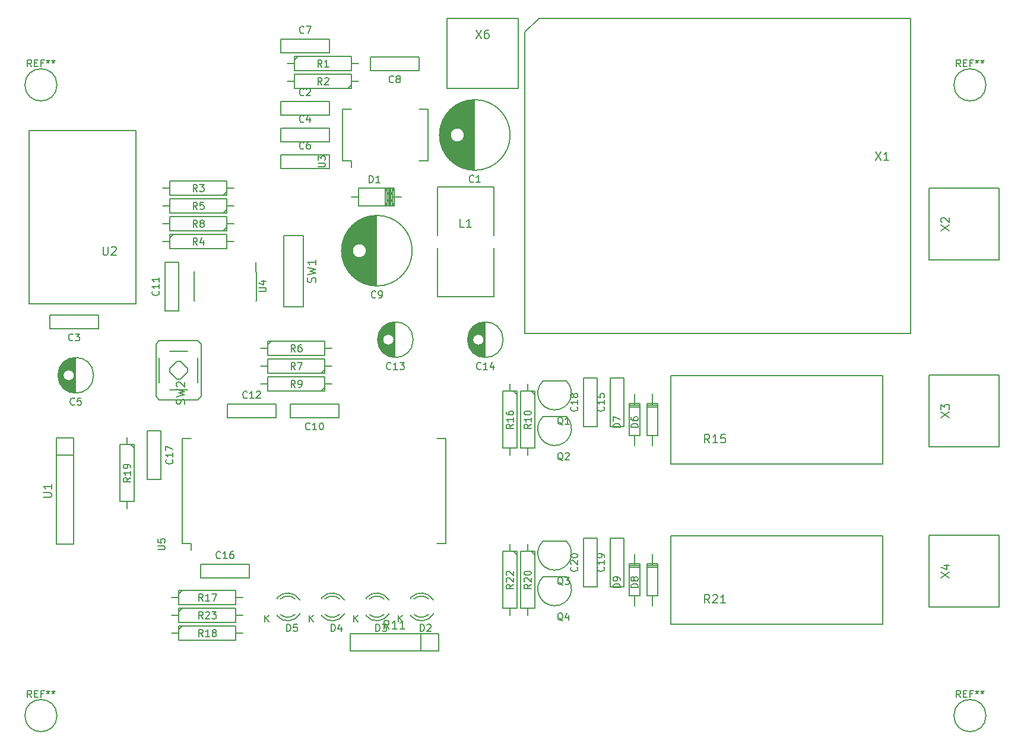
<source format=gbr>
G04 #@! TF.FileFunction,Legend,Top*
%FSLAX46Y46*%
G04 Gerber Fmt 4.6, Leading zero omitted, Abs format (unit mm)*
G04 Created by KiCad (PCBNEW 4.0.2+dfsg1-stable) date Wed 05 Apr 2017 10:41:22 PM CEST*
%MOMM*%
G01*
G04 APERTURE LIST*
%ADD10C,0.100000*%
%ADD11C,0.150000*%
G04 APERTURE END LIST*
D10*
D11*
X116805000Y-62149000D02*
X116805000Y-52151000D01*
X116665000Y-62145000D02*
X116665000Y-52155000D01*
X116525000Y-62137000D02*
X116525000Y-52163000D01*
X116385000Y-62125000D02*
X116385000Y-52175000D01*
X116245000Y-62110000D02*
X116245000Y-52190000D01*
X116105000Y-62090000D02*
X116105000Y-52210000D01*
X115965000Y-62066000D02*
X115965000Y-52234000D01*
X115825000Y-62037000D02*
X115825000Y-52263000D01*
X115685000Y-62005000D02*
X115685000Y-52295000D01*
X115545000Y-61968000D02*
X115545000Y-52332000D01*
X115405000Y-61927000D02*
X115405000Y-52373000D01*
X115265000Y-61882000D02*
X115265000Y-57616000D01*
X115265000Y-56684000D02*
X115265000Y-52418000D01*
X115125000Y-61832000D02*
X115125000Y-57817000D01*
X115125000Y-56483000D02*
X115125000Y-52468000D01*
X114985000Y-61777000D02*
X114985000Y-57946000D01*
X114985000Y-56354000D02*
X114985000Y-52523000D01*
X114845000Y-61717000D02*
X114845000Y-58035000D01*
X114845000Y-56265000D02*
X114845000Y-52583000D01*
X114705000Y-61652000D02*
X114705000Y-58096000D01*
X114705000Y-56204000D02*
X114705000Y-52648000D01*
X114565000Y-61582000D02*
X114565000Y-58133000D01*
X114565000Y-56167000D02*
X114565000Y-52718000D01*
X114425000Y-61506000D02*
X114425000Y-58149000D01*
X114425000Y-56151000D02*
X114425000Y-52794000D01*
X114285000Y-61424000D02*
X114285000Y-58145000D01*
X114285000Y-56155000D02*
X114285000Y-52876000D01*
X114145000Y-61336000D02*
X114145000Y-58122000D01*
X114145000Y-56178000D02*
X114145000Y-52964000D01*
X114005000Y-61241000D02*
X114005000Y-58077000D01*
X114005000Y-56223000D02*
X114005000Y-53059000D01*
X113865000Y-61139000D02*
X113865000Y-58007000D01*
X113865000Y-56293000D02*
X113865000Y-53161000D01*
X113725000Y-61029000D02*
X113725000Y-57906000D01*
X113725000Y-56394000D02*
X113725000Y-53271000D01*
X113585000Y-60911000D02*
X113585000Y-57757000D01*
X113585000Y-56543000D02*
X113585000Y-53389000D01*
X113445000Y-60783000D02*
X113445000Y-57505000D01*
X113445000Y-56795000D02*
X113445000Y-53517000D01*
X113305000Y-60646000D02*
X113305000Y-53654000D01*
X113165000Y-60496000D02*
X113165000Y-53804000D01*
X113025000Y-60334000D02*
X113025000Y-53966000D01*
X112885000Y-60157000D02*
X112885000Y-54143000D01*
X112745000Y-59961000D02*
X112745000Y-54339000D01*
X112605000Y-59743000D02*
X112605000Y-54557000D01*
X112465000Y-59497000D02*
X112465000Y-54803000D01*
X112325000Y-59212000D02*
X112325000Y-55088000D01*
X112185000Y-58870000D02*
X112185000Y-55430000D01*
X112045000Y-58424000D02*
X112045000Y-55876000D01*
X111905000Y-57649000D02*
X111905000Y-56651000D01*
X115380000Y-57150000D02*
G75*
G03X115380000Y-57150000I-1000000J0D01*
G01*
X121917500Y-57150000D02*
G75*
G03X121917500Y-57150000I-5037500J0D01*
G01*
X89170000Y-52340000D02*
X96170000Y-52340000D01*
X96170000Y-52340000D02*
X96170000Y-54340000D01*
X96170000Y-54340000D02*
X89170000Y-54340000D01*
X89170000Y-54340000D02*
X89170000Y-52340000D01*
X63230000Y-84820000D02*
X56230000Y-84820000D01*
X56230000Y-84820000D02*
X56230000Y-82820000D01*
X56230000Y-82820000D02*
X63230000Y-82820000D01*
X63230000Y-82820000D02*
X63230000Y-84820000D01*
X89170000Y-56150000D02*
X96170000Y-56150000D01*
X96170000Y-56150000D02*
X96170000Y-58150000D01*
X96170000Y-58150000D02*
X89170000Y-58150000D01*
X89170000Y-58150000D02*
X89170000Y-56150000D01*
X59885000Y-93939000D02*
X59885000Y-88941000D01*
X59745000Y-93931000D02*
X59745000Y-91594000D01*
X59745000Y-91286000D02*
X59745000Y-88949000D01*
X59605000Y-93915000D02*
X59605000Y-91913000D01*
X59605000Y-90967000D02*
X59605000Y-88965000D01*
X59465000Y-93891000D02*
X59465000Y-92060000D01*
X59465000Y-90820000D02*
X59465000Y-88989000D01*
X59325000Y-93858000D02*
X59325000Y-92152000D01*
X59325000Y-90728000D02*
X59325000Y-89022000D01*
X59185000Y-93817000D02*
X59185000Y-92208000D01*
X59185000Y-90672000D02*
X59185000Y-89063000D01*
X59045000Y-93767000D02*
X59045000Y-92235000D01*
X59045000Y-90645000D02*
X59045000Y-89113000D01*
X58905000Y-93706000D02*
X58905000Y-92238000D01*
X58905000Y-90642000D02*
X58905000Y-89174000D01*
X58765000Y-93636000D02*
X58765000Y-92216000D01*
X58765000Y-90664000D02*
X58765000Y-89244000D01*
X58625000Y-93554000D02*
X58625000Y-92166000D01*
X58625000Y-90714000D02*
X58625000Y-89326000D01*
X58485000Y-93459000D02*
X58485000Y-92084000D01*
X58485000Y-90796000D02*
X58485000Y-89421000D01*
X58345000Y-93348000D02*
X58345000Y-91952000D01*
X58345000Y-90928000D02*
X58345000Y-89532000D01*
X58205000Y-93220000D02*
X58205000Y-91705000D01*
X58205000Y-91175000D02*
X58205000Y-89660000D01*
X58065000Y-93071000D02*
X58065000Y-89809000D01*
X57925000Y-92892000D02*
X57925000Y-89988000D01*
X57785000Y-92673000D02*
X57785000Y-90207000D01*
X57645000Y-92384000D02*
X57645000Y-90496000D01*
X57505000Y-91912000D02*
X57505000Y-90968000D01*
X59760000Y-91440000D02*
G75*
G03X59760000Y-91440000I-800000J0D01*
G01*
X62497500Y-91440000D02*
G75*
G03X62497500Y-91440000I-2537500J0D01*
G01*
X89170000Y-59960000D02*
X96170000Y-59960000D01*
X96170000Y-59960000D02*
X96170000Y-61960000D01*
X96170000Y-61960000D02*
X89170000Y-61960000D01*
X89170000Y-61960000D02*
X89170000Y-59960000D01*
X89170000Y-43450000D02*
X96170000Y-43450000D01*
X96170000Y-43450000D02*
X96170000Y-45450000D01*
X96170000Y-45450000D02*
X89170000Y-45450000D01*
X89170000Y-45450000D02*
X89170000Y-43450000D01*
X108950000Y-47990000D02*
X101950000Y-47990000D01*
X101950000Y-47990000D02*
X101950000Y-45990000D01*
X101950000Y-45990000D02*
X108950000Y-45990000D01*
X108950000Y-45990000D02*
X108950000Y-47990000D01*
X102835000Y-78659000D02*
X102835000Y-68661000D01*
X102695000Y-78655000D02*
X102695000Y-68665000D01*
X102555000Y-78647000D02*
X102555000Y-68673000D01*
X102415000Y-78635000D02*
X102415000Y-68685000D01*
X102275000Y-78620000D02*
X102275000Y-68700000D01*
X102135000Y-78600000D02*
X102135000Y-68720000D01*
X101995000Y-78576000D02*
X101995000Y-68744000D01*
X101855000Y-78547000D02*
X101855000Y-68773000D01*
X101715000Y-78515000D02*
X101715000Y-68805000D01*
X101575000Y-78478000D02*
X101575000Y-68842000D01*
X101435000Y-78437000D02*
X101435000Y-68883000D01*
X101295000Y-78392000D02*
X101295000Y-74126000D01*
X101295000Y-73194000D02*
X101295000Y-68928000D01*
X101155000Y-78342000D02*
X101155000Y-74327000D01*
X101155000Y-72993000D02*
X101155000Y-68978000D01*
X101015000Y-78287000D02*
X101015000Y-74456000D01*
X101015000Y-72864000D02*
X101015000Y-69033000D01*
X100875000Y-78227000D02*
X100875000Y-74545000D01*
X100875000Y-72775000D02*
X100875000Y-69093000D01*
X100735000Y-78162000D02*
X100735000Y-74606000D01*
X100735000Y-72714000D02*
X100735000Y-69158000D01*
X100595000Y-78092000D02*
X100595000Y-74643000D01*
X100595000Y-72677000D02*
X100595000Y-69228000D01*
X100455000Y-78016000D02*
X100455000Y-74659000D01*
X100455000Y-72661000D02*
X100455000Y-69304000D01*
X100315000Y-77934000D02*
X100315000Y-74655000D01*
X100315000Y-72665000D02*
X100315000Y-69386000D01*
X100175000Y-77846000D02*
X100175000Y-74632000D01*
X100175000Y-72688000D02*
X100175000Y-69474000D01*
X100035000Y-77751000D02*
X100035000Y-74587000D01*
X100035000Y-72733000D02*
X100035000Y-69569000D01*
X99895000Y-77649000D02*
X99895000Y-74517000D01*
X99895000Y-72803000D02*
X99895000Y-69671000D01*
X99755000Y-77539000D02*
X99755000Y-74416000D01*
X99755000Y-72904000D02*
X99755000Y-69781000D01*
X99615000Y-77421000D02*
X99615000Y-74267000D01*
X99615000Y-73053000D02*
X99615000Y-69899000D01*
X99475000Y-77293000D02*
X99475000Y-74015000D01*
X99475000Y-73305000D02*
X99475000Y-70027000D01*
X99335000Y-77156000D02*
X99335000Y-70164000D01*
X99195000Y-77006000D02*
X99195000Y-70314000D01*
X99055000Y-76844000D02*
X99055000Y-70476000D01*
X98915000Y-76667000D02*
X98915000Y-70653000D01*
X98775000Y-76471000D02*
X98775000Y-70849000D01*
X98635000Y-76253000D02*
X98635000Y-71067000D01*
X98495000Y-76007000D02*
X98495000Y-71313000D01*
X98355000Y-75722000D02*
X98355000Y-71598000D01*
X98215000Y-75380000D02*
X98215000Y-71940000D01*
X98075000Y-74934000D02*
X98075000Y-72386000D01*
X97935000Y-74159000D02*
X97935000Y-73161000D01*
X101410000Y-73660000D02*
G75*
G03X101410000Y-73660000I-1000000J0D01*
G01*
X107947500Y-73660000D02*
G75*
G03X107947500Y-73660000I-5037500J0D01*
G01*
X97520000Y-97520000D02*
X90520000Y-97520000D01*
X90520000Y-97520000D02*
X90520000Y-95520000D01*
X90520000Y-95520000D02*
X97520000Y-95520000D01*
X97520000Y-95520000D02*
X97520000Y-97520000D01*
X72660000Y-82280000D02*
X72660000Y-75280000D01*
X72660000Y-75280000D02*
X74660000Y-75280000D01*
X74660000Y-75280000D02*
X74660000Y-82280000D01*
X74660000Y-82280000D02*
X72660000Y-82280000D01*
X81550000Y-95520000D02*
X88550000Y-95520000D01*
X88550000Y-95520000D02*
X88550000Y-97520000D01*
X88550000Y-97520000D02*
X81550000Y-97520000D01*
X81550000Y-97520000D02*
X81550000Y-95520000D01*
X105478000Y-88859000D02*
X105478000Y-83861000D01*
X105338000Y-88851000D02*
X105338000Y-86514000D01*
X105338000Y-86206000D02*
X105338000Y-83869000D01*
X105198000Y-88835000D02*
X105198000Y-86833000D01*
X105198000Y-85887000D02*
X105198000Y-83885000D01*
X105058000Y-88811000D02*
X105058000Y-86980000D01*
X105058000Y-85740000D02*
X105058000Y-83909000D01*
X104918000Y-88778000D02*
X104918000Y-87072000D01*
X104918000Y-85648000D02*
X104918000Y-83942000D01*
X104778000Y-88737000D02*
X104778000Y-87128000D01*
X104778000Y-85592000D02*
X104778000Y-83983000D01*
X104638000Y-88687000D02*
X104638000Y-87155000D01*
X104638000Y-85565000D02*
X104638000Y-84033000D01*
X104498000Y-88626000D02*
X104498000Y-87158000D01*
X104498000Y-85562000D02*
X104498000Y-84094000D01*
X104358000Y-88556000D02*
X104358000Y-87136000D01*
X104358000Y-85584000D02*
X104358000Y-84164000D01*
X104218000Y-88474000D02*
X104218000Y-87086000D01*
X104218000Y-85634000D02*
X104218000Y-84246000D01*
X104078000Y-88379000D02*
X104078000Y-87004000D01*
X104078000Y-85716000D02*
X104078000Y-84341000D01*
X103938000Y-88268000D02*
X103938000Y-86872000D01*
X103938000Y-85848000D02*
X103938000Y-84452000D01*
X103798000Y-88140000D02*
X103798000Y-86625000D01*
X103798000Y-86095000D02*
X103798000Y-84580000D01*
X103658000Y-87991000D02*
X103658000Y-84729000D01*
X103518000Y-87812000D02*
X103518000Y-84908000D01*
X103378000Y-87593000D02*
X103378000Y-85127000D01*
X103238000Y-87304000D02*
X103238000Y-85416000D01*
X103098000Y-86832000D02*
X103098000Y-85888000D01*
X105353000Y-86360000D02*
G75*
G03X105353000Y-86360000I-800000J0D01*
G01*
X108090500Y-86360000D02*
G75*
G03X108090500Y-86360000I-2537500J0D01*
G01*
X118305000Y-88859000D02*
X118305000Y-83861000D01*
X118165000Y-88851000D02*
X118165000Y-86514000D01*
X118165000Y-86206000D02*
X118165000Y-83869000D01*
X118025000Y-88835000D02*
X118025000Y-86833000D01*
X118025000Y-85887000D02*
X118025000Y-83885000D01*
X117885000Y-88811000D02*
X117885000Y-86980000D01*
X117885000Y-85740000D02*
X117885000Y-83909000D01*
X117745000Y-88778000D02*
X117745000Y-87072000D01*
X117745000Y-85648000D02*
X117745000Y-83942000D01*
X117605000Y-88737000D02*
X117605000Y-87128000D01*
X117605000Y-85592000D02*
X117605000Y-83983000D01*
X117465000Y-88687000D02*
X117465000Y-87155000D01*
X117465000Y-85565000D02*
X117465000Y-84033000D01*
X117325000Y-88626000D02*
X117325000Y-87158000D01*
X117325000Y-85562000D02*
X117325000Y-84094000D01*
X117185000Y-88556000D02*
X117185000Y-87136000D01*
X117185000Y-85584000D02*
X117185000Y-84164000D01*
X117045000Y-88474000D02*
X117045000Y-87086000D01*
X117045000Y-85634000D02*
X117045000Y-84246000D01*
X116905000Y-88379000D02*
X116905000Y-87004000D01*
X116905000Y-85716000D02*
X116905000Y-84341000D01*
X116765000Y-88268000D02*
X116765000Y-86872000D01*
X116765000Y-85848000D02*
X116765000Y-84452000D01*
X116625000Y-88140000D02*
X116625000Y-86625000D01*
X116625000Y-86095000D02*
X116625000Y-84580000D01*
X116485000Y-87991000D02*
X116485000Y-84729000D01*
X116345000Y-87812000D02*
X116345000Y-84908000D01*
X116205000Y-87593000D02*
X116205000Y-85127000D01*
X116065000Y-87304000D02*
X116065000Y-85416000D01*
X115925000Y-86832000D02*
X115925000Y-85888000D01*
X118180000Y-86360000D02*
G75*
G03X118180000Y-86360000I-800000J0D01*
G01*
X120917500Y-86360000D02*
G75*
G03X120917500Y-86360000I-2537500J0D01*
G01*
X136160000Y-98790000D02*
X136160000Y-91790000D01*
X136160000Y-91790000D02*
X138160000Y-91790000D01*
X138160000Y-91790000D02*
X138160000Y-98790000D01*
X138160000Y-98790000D02*
X136160000Y-98790000D01*
X77740000Y-118380000D02*
X84740000Y-118380000D01*
X84740000Y-118380000D02*
X84740000Y-120380000D01*
X84740000Y-120380000D02*
X77740000Y-120380000D01*
X77740000Y-120380000D02*
X77740000Y-118380000D01*
X72120000Y-99330000D02*
X72120000Y-106330000D01*
X72120000Y-106330000D02*
X70120000Y-106330000D01*
X70120000Y-106330000D02*
X70120000Y-99330000D01*
X70120000Y-99330000D02*
X72120000Y-99330000D01*
X132350000Y-98790000D02*
X132350000Y-91790000D01*
X132350000Y-91790000D02*
X134350000Y-91790000D01*
X134350000Y-91790000D02*
X134350000Y-98790000D01*
X134350000Y-98790000D02*
X132350000Y-98790000D01*
X136160000Y-121650000D02*
X136160000Y-114650000D01*
X136160000Y-114650000D02*
X138160000Y-114650000D01*
X138160000Y-114650000D02*
X138160000Y-121650000D01*
X138160000Y-121650000D02*
X136160000Y-121650000D01*
X132350000Y-121650000D02*
X132350000Y-114650000D01*
X132350000Y-114650000D02*
X134350000Y-114650000D01*
X134350000Y-114650000D02*
X134350000Y-121650000D01*
X134350000Y-121650000D02*
X132350000Y-121650000D01*
X100330000Y-66042540D02*
X99314000Y-66042540D01*
X105156000Y-66042540D02*
X106426000Y-66042540D01*
X104902000Y-67312540D02*
X104902000Y-64772540D01*
X104648000Y-67312540D02*
X104648000Y-64772540D01*
X104394000Y-67312540D02*
X104394000Y-64772540D01*
X105156000Y-67312540D02*
X105156000Y-64772540D01*
X104140000Y-67312540D02*
X105410000Y-64772540D01*
X105410000Y-67312540D02*
X104140000Y-64772540D01*
X104140000Y-67312540D02*
X104140000Y-64772540D01*
X104775000Y-67312540D02*
X104775000Y-64772540D01*
X105410000Y-64772540D02*
X105410000Y-67312540D01*
X105410000Y-67312540D02*
X100330000Y-67312540D01*
X100330000Y-67312540D02*
X100330000Y-64772540D01*
X100330000Y-64772540D02*
X105410000Y-64772540D01*
X107751000Y-125774000D02*
X107751000Y-125574000D01*
X107751000Y-123180000D02*
X107751000Y-123360000D01*
X110978744Y-123490357D02*
G75*
G03X107751000Y-123174000I-1727744J-1003643D01*
G01*
X110303006Y-123360932D02*
G75*
G03X108200000Y-123360000I-1052006J-1133068D01*
G01*
X107763780Y-125800726D02*
G75*
G03X111001000Y-125454000I1497220J1306726D01*
G01*
X108237111Y-125573253D02*
G75*
G03X110285000Y-125554000I1013889J1079253D01*
G01*
X101401000Y-125774000D02*
X101401000Y-125574000D01*
X101401000Y-123180000D02*
X101401000Y-123360000D01*
X104628744Y-123490357D02*
G75*
G03X101401000Y-123174000I-1727744J-1003643D01*
G01*
X103953006Y-123360932D02*
G75*
G03X101850000Y-123360000I-1052006J-1133068D01*
G01*
X101413780Y-125800726D02*
G75*
G03X104651000Y-125454000I1497220J1306726D01*
G01*
X101887111Y-125573253D02*
G75*
G03X103935000Y-125554000I1013889J1079253D01*
G01*
X95051000Y-125774000D02*
X95051000Y-125574000D01*
X95051000Y-123180000D02*
X95051000Y-123360000D01*
X98278744Y-123490357D02*
G75*
G03X95051000Y-123174000I-1727744J-1003643D01*
G01*
X97603006Y-123360932D02*
G75*
G03X95500000Y-123360000I-1052006J-1133068D01*
G01*
X95063780Y-125800726D02*
G75*
G03X98301000Y-125454000I1497220J1306726D01*
G01*
X95537111Y-125573253D02*
G75*
G03X97585000Y-125554000I1013889J1079253D01*
G01*
X88701000Y-125774000D02*
X88701000Y-125574000D01*
X88701000Y-123180000D02*
X88701000Y-123360000D01*
X91928744Y-123490357D02*
G75*
G03X88701000Y-123174000I-1727744J-1003643D01*
G01*
X91253006Y-123360932D02*
G75*
G03X89150000Y-123360000I-1052006J-1133068D01*
G01*
X88713780Y-125800726D02*
G75*
G03X91951000Y-125454000I1497220J1306726D01*
G01*
X89187111Y-125573253D02*
G75*
G03X91235000Y-125554000I1013889J1079253D01*
G01*
X139702540Y-100076520D02*
X139702540Y-101473520D01*
X139702540Y-95631520D02*
X139702540Y-94107520D01*
X140464540Y-96012520D02*
X138940540Y-96012520D01*
X140464540Y-95758520D02*
X138940540Y-95758520D01*
X139702540Y-95504520D02*
X138940540Y-95504520D01*
X138940540Y-95504520D02*
X138940540Y-100076520D01*
X138940540Y-100076520D02*
X140464540Y-100076520D01*
X140464540Y-100076520D02*
X140464540Y-95504520D01*
X140464540Y-95504520D02*
X139702540Y-95504520D01*
X142242540Y-122936520D02*
X142242540Y-124333520D01*
X142242540Y-118491520D02*
X142242540Y-116967520D01*
X143004540Y-118872520D02*
X141480540Y-118872520D01*
X143004540Y-118618520D02*
X141480540Y-118618520D01*
X142242540Y-118364520D02*
X141480540Y-118364520D01*
X141480540Y-118364520D02*
X141480540Y-122936520D01*
X141480540Y-122936520D02*
X143004540Y-122936520D01*
X143004540Y-122936520D02*
X143004540Y-118364520D01*
X143004540Y-118364520D02*
X142242540Y-118364520D01*
X139702540Y-122936520D02*
X139702540Y-124333520D01*
X139702540Y-118491520D02*
X139702540Y-116967520D01*
X140464540Y-118872520D02*
X138940540Y-118872520D01*
X140464540Y-118618520D02*
X138940540Y-118618520D01*
X139702540Y-118364520D02*
X138940540Y-118364520D01*
X138940540Y-118364520D02*
X138940540Y-122936520D01*
X138940540Y-122936520D02*
X140464540Y-122936520D01*
X140464540Y-122936520D02*
X140464540Y-118364520D01*
X140464540Y-118364520D02*
X139702540Y-118364520D01*
X111570000Y-71490000D02*
X111570000Y-64590000D01*
X111570000Y-64590000D02*
X119570000Y-64590000D01*
X119570000Y-64590000D02*
X119570000Y-71490000D01*
X119570000Y-73290000D02*
X119570000Y-80190000D01*
X119570000Y-80190000D02*
X111570000Y-80190000D01*
X111570000Y-80190000D02*
X111570000Y-73390000D01*
X111570000Y-73390000D02*
X111570000Y-73290000D01*
X129970000Y-92280000D02*
X126570000Y-92280000D01*
X129967056Y-92282944D02*
G75*
G02X128270000Y-96380000I-1697056J-1697056D01*
G01*
X126572944Y-92282944D02*
G75*
G03X128270000Y-96380000I1697056J-1697056D01*
G01*
X129970000Y-97360000D02*
X126570000Y-97360000D01*
X129967056Y-97362944D02*
G75*
G02X128270000Y-101460000I-1697056J-1697056D01*
G01*
X126572944Y-97362944D02*
G75*
G03X128270000Y-101460000I1697056J-1697056D01*
G01*
X129970000Y-115140000D02*
X126570000Y-115140000D01*
X129967056Y-115142944D02*
G75*
G02X128270000Y-119240000I-1697056J-1697056D01*
G01*
X126572944Y-115142944D02*
G75*
G03X128270000Y-119240000I1697056J-1697056D01*
G01*
X129970000Y-120220000D02*
X126570000Y-120220000D01*
X129967056Y-120222944D02*
G75*
G02X128270000Y-124320000I-1697056J-1697056D01*
G01*
X126572944Y-120222944D02*
G75*
G03X128270000Y-124320000I1697056J-1697056D01*
G01*
X90170000Y-46990000D02*
X91186000Y-46990000D01*
X91186000Y-46990000D02*
X91186000Y-45974000D01*
X91186000Y-45974000D02*
X99314000Y-45974000D01*
X99314000Y-45974000D02*
X99314000Y-48006000D01*
X99314000Y-48006000D02*
X91186000Y-48006000D01*
X91186000Y-48006000D02*
X91186000Y-46990000D01*
X91186000Y-46482000D02*
X91694000Y-45974000D01*
X100330000Y-46990000D02*
X99314000Y-46990000D01*
X100330000Y-49530000D02*
X99314000Y-49530000D01*
X99314000Y-49530000D02*
X99314000Y-50546000D01*
X99314000Y-50546000D02*
X91186000Y-50546000D01*
X91186000Y-50546000D02*
X91186000Y-48514000D01*
X91186000Y-48514000D02*
X99314000Y-48514000D01*
X99314000Y-48514000D02*
X99314000Y-49530000D01*
X99314000Y-50038000D02*
X98806000Y-50546000D01*
X90170000Y-49530000D02*
X91186000Y-49530000D01*
X82550000Y-64770000D02*
X81534000Y-64770000D01*
X81534000Y-64770000D02*
X81534000Y-65786000D01*
X81534000Y-65786000D02*
X73406000Y-65786000D01*
X73406000Y-65786000D02*
X73406000Y-63754000D01*
X73406000Y-63754000D02*
X81534000Y-63754000D01*
X81534000Y-63754000D02*
X81534000Y-64770000D01*
X81534000Y-65278000D02*
X81026000Y-65786000D01*
X72390000Y-64770000D02*
X73406000Y-64770000D01*
X72390000Y-72390000D02*
X73406000Y-72390000D01*
X73406000Y-72390000D02*
X73406000Y-71374000D01*
X73406000Y-71374000D02*
X81534000Y-71374000D01*
X81534000Y-71374000D02*
X81534000Y-73406000D01*
X81534000Y-73406000D02*
X73406000Y-73406000D01*
X73406000Y-73406000D02*
X73406000Y-72390000D01*
X73406000Y-71882000D02*
X73914000Y-71374000D01*
X82550000Y-72390000D02*
X81534000Y-72390000D01*
X82550000Y-67310000D02*
X81534000Y-67310000D01*
X81534000Y-67310000D02*
X81534000Y-68326000D01*
X81534000Y-68326000D02*
X73406000Y-68326000D01*
X73406000Y-68326000D02*
X73406000Y-66294000D01*
X73406000Y-66294000D02*
X81534000Y-66294000D01*
X81534000Y-66294000D02*
X81534000Y-67310000D01*
X81534000Y-67818000D02*
X81026000Y-68326000D01*
X72390000Y-67310000D02*
X73406000Y-67310000D01*
X86360000Y-87630000D02*
X87376000Y-87630000D01*
X87376000Y-87630000D02*
X87376000Y-86614000D01*
X87376000Y-86614000D02*
X95504000Y-86614000D01*
X95504000Y-86614000D02*
X95504000Y-88646000D01*
X95504000Y-88646000D02*
X87376000Y-88646000D01*
X87376000Y-88646000D02*
X87376000Y-87630000D01*
X87376000Y-87122000D02*
X87884000Y-86614000D01*
X96520000Y-87630000D02*
X95504000Y-87630000D01*
X96520000Y-90170000D02*
X95504000Y-90170000D01*
X95504000Y-90170000D02*
X95504000Y-91186000D01*
X95504000Y-91186000D02*
X87376000Y-91186000D01*
X87376000Y-91186000D02*
X87376000Y-89154000D01*
X87376000Y-89154000D02*
X95504000Y-89154000D01*
X95504000Y-89154000D02*
X95504000Y-90170000D01*
X95504000Y-90678000D02*
X94996000Y-91186000D01*
X86360000Y-90170000D02*
X87376000Y-90170000D01*
X82550000Y-69850000D02*
X81534000Y-69850000D01*
X81534000Y-69850000D02*
X81534000Y-70866000D01*
X81534000Y-70866000D02*
X73406000Y-70866000D01*
X73406000Y-70866000D02*
X73406000Y-68834000D01*
X73406000Y-68834000D02*
X81534000Y-68834000D01*
X81534000Y-68834000D02*
X81534000Y-69850000D01*
X81534000Y-70358000D02*
X81026000Y-70866000D01*
X72390000Y-69850000D02*
X73406000Y-69850000D01*
X96520000Y-92710000D02*
X95504000Y-92710000D01*
X95504000Y-92710000D02*
X95504000Y-93726000D01*
X95504000Y-93726000D02*
X87376000Y-93726000D01*
X87376000Y-93726000D02*
X87376000Y-91694000D01*
X87376000Y-91694000D02*
X95504000Y-91694000D01*
X95504000Y-91694000D02*
X95504000Y-92710000D01*
X95504000Y-93218000D02*
X94996000Y-93726000D01*
X86360000Y-92710000D02*
X87376000Y-92710000D01*
X124460000Y-92710000D02*
X124460000Y-93726000D01*
X124460000Y-93726000D02*
X125476000Y-93726000D01*
X125476000Y-93726000D02*
X125476000Y-101854000D01*
X125476000Y-101854000D02*
X123444000Y-101854000D01*
X123444000Y-101854000D02*
X123444000Y-93726000D01*
X123444000Y-93726000D02*
X124460000Y-93726000D01*
X124968000Y-93726000D02*
X125476000Y-94234000D01*
X124460000Y-102870000D02*
X124460000Y-101854000D01*
X111740000Y-130790000D02*
X99080000Y-130790000D01*
X99080000Y-130790000D02*
X99080000Y-128290000D01*
X99080000Y-128290000D02*
X111740000Y-128290000D01*
X111740000Y-128290000D02*
X111740000Y-130790000D01*
X109220000Y-130790000D02*
X109220000Y-128290000D01*
X144800000Y-91460000D02*
X175040000Y-91460000D01*
X175040000Y-91460000D02*
X175040000Y-104060000D01*
X175040000Y-104060000D02*
X144800000Y-104060000D01*
X144800000Y-104060000D02*
X144800000Y-91460000D01*
X121920000Y-92710000D02*
X121920000Y-93726000D01*
X121920000Y-93726000D02*
X122936000Y-93726000D01*
X122936000Y-93726000D02*
X122936000Y-101854000D01*
X122936000Y-101854000D02*
X120904000Y-101854000D01*
X120904000Y-101854000D02*
X120904000Y-93726000D01*
X120904000Y-93726000D02*
X121920000Y-93726000D01*
X122428000Y-93726000D02*
X122936000Y-94234000D01*
X121920000Y-102870000D02*
X121920000Y-101854000D01*
X73660000Y-123190000D02*
X74676000Y-123190000D01*
X74676000Y-123190000D02*
X74676000Y-122174000D01*
X74676000Y-122174000D02*
X82804000Y-122174000D01*
X82804000Y-122174000D02*
X82804000Y-124206000D01*
X82804000Y-124206000D02*
X74676000Y-124206000D01*
X74676000Y-124206000D02*
X74676000Y-123190000D01*
X74676000Y-122682000D02*
X75184000Y-122174000D01*
X83820000Y-123190000D02*
X82804000Y-123190000D01*
X73660000Y-128270000D02*
X74676000Y-128270000D01*
X74676000Y-128270000D02*
X74676000Y-127254000D01*
X74676000Y-127254000D02*
X82804000Y-127254000D01*
X82804000Y-127254000D02*
X82804000Y-129286000D01*
X82804000Y-129286000D02*
X74676000Y-129286000D01*
X74676000Y-129286000D02*
X74676000Y-128270000D01*
X74676000Y-127762000D02*
X75184000Y-127254000D01*
X83820000Y-128270000D02*
X82804000Y-128270000D01*
X67310000Y-100330000D02*
X67310000Y-101346000D01*
X67310000Y-101346000D02*
X68326000Y-101346000D01*
X68326000Y-101346000D02*
X68326000Y-109474000D01*
X68326000Y-109474000D02*
X66294000Y-109474000D01*
X66294000Y-109474000D02*
X66294000Y-101346000D01*
X66294000Y-101346000D02*
X67310000Y-101346000D01*
X67818000Y-101346000D02*
X68326000Y-101854000D01*
X67310000Y-110490000D02*
X67310000Y-109474000D01*
X124460000Y-115570000D02*
X124460000Y-116586000D01*
X124460000Y-116586000D02*
X125476000Y-116586000D01*
X125476000Y-116586000D02*
X125476000Y-124714000D01*
X125476000Y-124714000D02*
X123444000Y-124714000D01*
X123444000Y-124714000D02*
X123444000Y-116586000D01*
X123444000Y-116586000D02*
X124460000Y-116586000D01*
X124968000Y-116586000D02*
X125476000Y-117094000D01*
X124460000Y-125730000D02*
X124460000Y-124714000D01*
X144800000Y-114320000D02*
X175040000Y-114320000D01*
X175040000Y-114320000D02*
X175040000Y-126920000D01*
X175040000Y-126920000D02*
X144800000Y-126920000D01*
X144800000Y-126920000D02*
X144800000Y-114320000D01*
X121920000Y-115570000D02*
X121920000Y-116586000D01*
X121920000Y-116586000D02*
X122936000Y-116586000D01*
X122936000Y-116586000D02*
X122936000Y-124714000D01*
X122936000Y-124714000D02*
X120904000Y-124714000D01*
X120904000Y-124714000D02*
X120904000Y-116586000D01*
X120904000Y-116586000D02*
X121920000Y-116586000D01*
X122428000Y-116586000D02*
X122936000Y-117094000D01*
X121920000Y-125730000D02*
X121920000Y-124714000D01*
X73660000Y-125730000D02*
X74676000Y-125730000D01*
X74676000Y-125730000D02*
X74676000Y-124714000D01*
X74676000Y-124714000D02*
X82804000Y-124714000D01*
X82804000Y-124714000D02*
X82804000Y-126746000D01*
X82804000Y-126746000D02*
X74676000Y-126746000D01*
X74676000Y-126746000D02*
X74676000Y-125730000D01*
X74676000Y-125222000D02*
X75184000Y-124714000D01*
X83820000Y-125730000D02*
X82804000Y-125730000D01*
X89662000Y-72644000D02*
X89662000Y-80518000D01*
X92456000Y-77851000D02*
X92456000Y-72644000D01*
X89662000Y-80518000D02*
X89662000Y-81661000D01*
X89662000Y-81661000D02*
X92456000Y-81661000D01*
X92456000Y-81661000D02*
X92456000Y-77851000D01*
X89662000Y-72644000D02*
X89662000Y-71501000D01*
X89662000Y-71501000D02*
X92456000Y-71501000D01*
X92456000Y-71501000D02*
X92456000Y-72644000D01*
X77390000Y-92480000D02*
X77390000Y-88980000D01*
X71890000Y-88980000D02*
X71890000Y-92480000D01*
X73390000Y-90980000D02*
X73390000Y-90480000D01*
X73390000Y-90480000D02*
X74390000Y-89480000D01*
X74390000Y-89480000D02*
X74890000Y-89480000D01*
X74890000Y-89480000D02*
X75890000Y-90480000D01*
X75890000Y-90480000D02*
X75890000Y-90980000D01*
X75890000Y-90980000D02*
X74890000Y-91980000D01*
X74890000Y-91980000D02*
X74390000Y-91980000D01*
X74390000Y-91980000D02*
X73390000Y-90980000D01*
X75890000Y-87980000D02*
X73390000Y-87980000D01*
X73390000Y-93480000D02*
X75890000Y-93480000D01*
X71390000Y-94480000D02*
X71390000Y-86980000D01*
X71390000Y-86980000D02*
X71890000Y-86480000D01*
X71890000Y-86480000D02*
X77390000Y-86480000D01*
X77390000Y-86480000D02*
X77890000Y-86980000D01*
X77890000Y-86980000D02*
X77890000Y-94480000D01*
X77890000Y-94480000D02*
X77390000Y-94980000D01*
X77390000Y-94980000D02*
X71890000Y-94980000D01*
X71890000Y-94980000D02*
X71390000Y-94480000D01*
X59670000Y-100350000D02*
X59670000Y-115550000D01*
X59670000Y-115550000D02*
X57170000Y-115550000D01*
X57170000Y-115550000D02*
X57170000Y-100350000D01*
X57170000Y-100350000D02*
X59670000Y-100350000D01*
X59670000Y-102870000D02*
X57170000Y-102870000D01*
X53340000Y-81280000D02*
X68580000Y-81280000D01*
X68580000Y-81280000D02*
X68580000Y-71755000D01*
X68580000Y-71755000D02*
X68580000Y-67310000D01*
X68580000Y-67310000D02*
X68580000Y-56515000D01*
X68580000Y-56515000D02*
X59690000Y-56515000D01*
X59690000Y-56515000D02*
X53340000Y-56515000D01*
X53340000Y-56515000D02*
X53340000Y-81280000D01*
X98035000Y-60825000D02*
X99305000Y-60825000D01*
X98035000Y-53475000D02*
X99305000Y-53475000D01*
X110245000Y-53475000D02*
X108975000Y-53475000D01*
X110245000Y-60825000D02*
X108975000Y-60825000D01*
X98035000Y-60825000D02*
X98035000Y-53475000D01*
X110245000Y-60825000D02*
X110245000Y-53475000D01*
X99305000Y-60825000D02*
X99305000Y-61760000D01*
X75175000Y-115435000D02*
X76445000Y-115435000D01*
X75175000Y-100465000D02*
X76445000Y-100465000D01*
X112785000Y-100465000D02*
X111515000Y-100465000D01*
X112785000Y-115435000D02*
X111515000Y-115435000D01*
X75175000Y-115435000D02*
X75175000Y-100465000D01*
X112785000Y-115435000D02*
X112785000Y-100465000D01*
X76445000Y-115435000D02*
X76445000Y-116370000D01*
X179000000Y-40500000D02*
X126000000Y-40500000D01*
X124000000Y-42500000D02*
X124000000Y-85500000D01*
X124000000Y-42500000D02*
X126000000Y-40500000D01*
X179000000Y-63000000D02*
X179000000Y-85500000D01*
X179000000Y-85500000D02*
X124000000Y-85500000D01*
X179000000Y-40500000D02*
X179000000Y-63000000D01*
X186690000Y-74950000D02*
X191690000Y-74950000D01*
X191690000Y-74950000D02*
X191690000Y-64750000D01*
X191690000Y-64750000D02*
X181690000Y-64750000D01*
X181690000Y-64750000D02*
X181690000Y-74950000D01*
X181690000Y-74950000D02*
X186690000Y-74950000D01*
X186690000Y-74950000D02*
X186590000Y-74950000D01*
X186690000Y-101620000D02*
X191690000Y-101620000D01*
X191690000Y-101620000D02*
X191690000Y-91420000D01*
X191690000Y-91420000D02*
X181690000Y-91420000D01*
X181690000Y-91420000D02*
X181690000Y-101620000D01*
X181690000Y-101620000D02*
X186690000Y-101620000D01*
X186690000Y-101620000D02*
X186590000Y-101620000D01*
X186690000Y-124480000D02*
X191690000Y-124480000D01*
X191690000Y-124480000D02*
X191690000Y-114280000D01*
X191690000Y-114280000D02*
X181690000Y-114280000D01*
X181690000Y-114280000D02*
X181690000Y-124480000D01*
X181690000Y-124480000D02*
X186690000Y-124480000D01*
X186690000Y-124480000D02*
X186590000Y-124480000D01*
X112900000Y-45500000D02*
X112900000Y-50500000D01*
X112900000Y-50500000D02*
X123100000Y-50500000D01*
X123100000Y-50500000D02*
X123100000Y-40500000D01*
X123100000Y-40500000D02*
X112900000Y-40500000D01*
X112900000Y-40500000D02*
X112900000Y-45500000D01*
X112900000Y-45500000D02*
X112900000Y-45400000D01*
X85730000Y-76665000D02*
X85615000Y-76665000D01*
X85730000Y-80815000D02*
X85615000Y-80815000D01*
X76830000Y-80815000D02*
X76945000Y-80815000D01*
X76830000Y-76665000D02*
X76945000Y-76665000D01*
X85730000Y-76665000D02*
X85730000Y-80815000D01*
X76830000Y-76665000D02*
X76830000Y-80815000D01*
X85615000Y-76665000D02*
X85615000Y-75290000D01*
X142242540Y-100076520D02*
X142242540Y-101473520D01*
X142242540Y-95631520D02*
X142242540Y-94107520D01*
X143004540Y-96012520D02*
X141480540Y-96012520D01*
X143004540Y-95758520D02*
X141480540Y-95758520D01*
X142242540Y-95504520D02*
X141480540Y-95504520D01*
X141480540Y-95504520D02*
X141480540Y-100076520D01*
X141480540Y-100076520D02*
X143004540Y-100076520D01*
X143004540Y-100076520D02*
X143004540Y-95504520D01*
X143004540Y-95504520D02*
X142242540Y-95504520D01*
X57286000Y-140000000D02*
G75*
G03X57286000Y-140000000I-2286000J0D01*
G01*
X189786000Y-140000000D02*
G75*
G03X189786000Y-140000000I-2286000J0D01*
G01*
X189786000Y-50000000D02*
G75*
G03X189786000Y-50000000I-2286000J0D01*
G01*
X57286000Y-50000000D02*
G75*
G03X57286000Y-50000000I-2286000J0D01*
G01*
X116713334Y-63807143D02*
X116665715Y-63854762D01*
X116522858Y-63902381D01*
X116427620Y-63902381D01*
X116284762Y-63854762D01*
X116189524Y-63759524D01*
X116141905Y-63664286D01*
X116094286Y-63473810D01*
X116094286Y-63330952D01*
X116141905Y-63140476D01*
X116189524Y-63045238D01*
X116284762Y-62950000D01*
X116427620Y-62902381D01*
X116522858Y-62902381D01*
X116665715Y-62950000D01*
X116713334Y-62997619D01*
X117665715Y-63902381D02*
X117094286Y-63902381D01*
X117380000Y-63902381D02*
X117380000Y-62902381D01*
X117284762Y-63045238D01*
X117189524Y-63140476D01*
X117094286Y-63188095D01*
X92503334Y-51447143D02*
X92455715Y-51494762D01*
X92312858Y-51542381D01*
X92217620Y-51542381D01*
X92074762Y-51494762D01*
X91979524Y-51399524D01*
X91931905Y-51304286D01*
X91884286Y-51113810D01*
X91884286Y-50970952D01*
X91931905Y-50780476D01*
X91979524Y-50685238D01*
X92074762Y-50590000D01*
X92217620Y-50542381D01*
X92312858Y-50542381D01*
X92455715Y-50590000D01*
X92503334Y-50637619D01*
X92884286Y-50637619D02*
X92931905Y-50590000D01*
X93027143Y-50542381D01*
X93265239Y-50542381D01*
X93360477Y-50590000D01*
X93408096Y-50637619D01*
X93455715Y-50732857D01*
X93455715Y-50828095D01*
X93408096Y-50970952D01*
X92836667Y-51542381D01*
X93455715Y-51542381D01*
X59563334Y-86427143D02*
X59515715Y-86474762D01*
X59372858Y-86522381D01*
X59277620Y-86522381D01*
X59134762Y-86474762D01*
X59039524Y-86379524D01*
X58991905Y-86284286D01*
X58944286Y-86093810D01*
X58944286Y-85950952D01*
X58991905Y-85760476D01*
X59039524Y-85665238D01*
X59134762Y-85570000D01*
X59277620Y-85522381D01*
X59372858Y-85522381D01*
X59515715Y-85570000D01*
X59563334Y-85617619D01*
X59896667Y-85522381D02*
X60515715Y-85522381D01*
X60182381Y-85903333D01*
X60325239Y-85903333D01*
X60420477Y-85950952D01*
X60468096Y-85998571D01*
X60515715Y-86093810D01*
X60515715Y-86331905D01*
X60468096Y-86427143D01*
X60420477Y-86474762D01*
X60325239Y-86522381D01*
X60039524Y-86522381D01*
X59944286Y-86474762D01*
X59896667Y-86427143D01*
X92503334Y-55257143D02*
X92455715Y-55304762D01*
X92312858Y-55352381D01*
X92217620Y-55352381D01*
X92074762Y-55304762D01*
X91979524Y-55209524D01*
X91931905Y-55114286D01*
X91884286Y-54923810D01*
X91884286Y-54780952D01*
X91931905Y-54590476D01*
X91979524Y-54495238D01*
X92074762Y-54400000D01*
X92217620Y-54352381D01*
X92312858Y-54352381D01*
X92455715Y-54400000D01*
X92503334Y-54447619D01*
X93360477Y-54685714D02*
X93360477Y-55352381D01*
X93122381Y-54304762D02*
X92884286Y-55019048D01*
X93503334Y-55019048D01*
X59793334Y-95597143D02*
X59745715Y-95644762D01*
X59602858Y-95692381D01*
X59507620Y-95692381D01*
X59364762Y-95644762D01*
X59269524Y-95549524D01*
X59221905Y-95454286D01*
X59174286Y-95263810D01*
X59174286Y-95120952D01*
X59221905Y-94930476D01*
X59269524Y-94835238D01*
X59364762Y-94740000D01*
X59507620Y-94692381D01*
X59602858Y-94692381D01*
X59745715Y-94740000D01*
X59793334Y-94787619D01*
X60698096Y-94692381D02*
X60221905Y-94692381D01*
X60174286Y-95168571D01*
X60221905Y-95120952D01*
X60317143Y-95073333D01*
X60555239Y-95073333D01*
X60650477Y-95120952D01*
X60698096Y-95168571D01*
X60745715Y-95263810D01*
X60745715Y-95501905D01*
X60698096Y-95597143D01*
X60650477Y-95644762D01*
X60555239Y-95692381D01*
X60317143Y-95692381D01*
X60221905Y-95644762D01*
X60174286Y-95597143D01*
X92503334Y-59067143D02*
X92455715Y-59114762D01*
X92312858Y-59162381D01*
X92217620Y-59162381D01*
X92074762Y-59114762D01*
X91979524Y-59019524D01*
X91931905Y-58924286D01*
X91884286Y-58733810D01*
X91884286Y-58590952D01*
X91931905Y-58400476D01*
X91979524Y-58305238D01*
X92074762Y-58210000D01*
X92217620Y-58162381D01*
X92312858Y-58162381D01*
X92455715Y-58210000D01*
X92503334Y-58257619D01*
X93360477Y-58162381D02*
X93170000Y-58162381D01*
X93074762Y-58210000D01*
X93027143Y-58257619D01*
X92931905Y-58400476D01*
X92884286Y-58590952D01*
X92884286Y-58971905D01*
X92931905Y-59067143D01*
X92979524Y-59114762D01*
X93074762Y-59162381D01*
X93265239Y-59162381D01*
X93360477Y-59114762D01*
X93408096Y-59067143D01*
X93455715Y-58971905D01*
X93455715Y-58733810D01*
X93408096Y-58638571D01*
X93360477Y-58590952D01*
X93265239Y-58543333D01*
X93074762Y-58543333D01*
X92979524Y-58590952D01*
X92931905Y-58638571D01*
X92884286Y-58733810D01*
X92503334Y-42557143D02*
X92455715Y-42604762D01*
X92312858Y-42652381D01*
X92217620Y-42652381D01*
X92074762Y-42604762D01*
X91979524Y-42509524D01*
X91931905Y-42414286D01*
X91884286Y-42223810D01*
X91884286Y-42080952D01*
X91931905Y-41890476D01*
X91979524Y-41795238D01*
X92074762Y-41700000D01*
X92217620Y-41652381D01*
X92312858Y-41652381D01*
X92455715Y-41700000D01*
X92503334Y-41747619D01*
X92836667Y-41652381D02*
X93503334Y-41652381D01*
X93074762Y-42652381D01*
X105283334Y-49597143D02*
X105235715Y-49644762D01*
X105092858Y-49692381D01*
X104997620Y-49692381D01*
X104854762Y-49644762D01*
X104759524Y-49549524D01*
X104711905Y-49454286D01*
X104664286Y-49263810D01*
X104664286Y-49120952D01*
X104711905Y-48930476D01*
X104759524Y-48835238D01*
X104854762Y-48740000D01*
X104997620Y-48692381D01*
X105092858Y-48692381D01*
X105235715Y-48740000D01*
X105283334Y-48787619D01*
X105854762Y-49120952D02*
X105759524Y-49073333D01*
X105711905Y-49025714D01*
X105664286Y-48930476D01*
X105664286Y-48882857D01*
X105711905Y-48787619D01*
X105759524Y-48740000D01*
X105854762Y-48692381D01*
X106045239Y-48692381D01*
X106140477Y-48740000D01*
X106188096Y-48787619D01*
X106235715Y-48882857D01*
X106235715Y-48930476D01*
X106188096Y-49025714D01*
X106140477Y-49073333D01*
X106045239Y-49120952D01*
X105854762Y-49120952D01*
X105759524Y-49168571D01*
X105711905Y-49216190D01*
X105664286Y-49311429D01*
X105664286Y-49501905D01*
X105711905Y-49597143D01*
X105759524Y-49644762D01*
X105854762Y-49692381D01*
X106045239Y-49692381D01*
X106140477Y-49644762D01*
X106188096Y-49597143D01*
X106235715Y-49501905D01*
X106235715Y-49311429D01*
X106188096Y-49216190D01*
X106140477Y-49168571D01*
X106045239Y-49120952D01*
X102743334Y-80317143D02*
X102695715Y-80364762D01*
X102552858Y-80412381D01*
X102457620Y-80412381D01*
X102314762Y-80364762D01*
X102219524Y-80269524D01*
X102171905Y-80174286D01*
X102124286Y-79983810D01*
X102124286Y-79840952D01*
X102171905Y-79650476D01*
X102219524Y-79555238D01*
X102314762Y-79460000D01*
X102457620Y-79412381D01*
X102552858Y-79412381D01*
X102695715Y-79460000D01*
X102743334Y-79507619D01*
X103219524Y-80412381D02*
X103410000Y-80412381D01*
X103505239Y-80364762D01*
X103552858Y-80317143D01*
X103648096Y-80174286D01*
X103695715Y-79983810D01*
X103695715Y-79602857D01*
X103648096Y-79507619D01*
X103600477Y-79460000D01*
X103505239Y-79412381D01*
X103314762Y-79412381D01*
X103219524Y-79460000D01*
X103171905Y-79507619D01*
X103124286Y-79602857D01*
X103124286Y-79840952D01*
X103171905Y-79936190D01*
X103219524Y-79983810D01*
X103314762Y-80031429D01*
X103505239Y-80031429D01*
X103600477Y-79983810D01*
X103648096Y-79936190D01*
X103695715Y-79840952D01*
X93377143Y-99127143D02*
X93329524Y-99174762D01*
X93186667Y-99222381D01*
X93091429Y-99222381D01*
X92948571Y-99174762D01*
X92853333Y-99079524D01*
X92805714Y-98984286D01*
X92758095Y-98793810D01*
X92758095Y-98650952D01*
X92805714Y-98460476D01*
X92853333Y-98365238D01*
X92948571Y-98270000D01*
X93091429Y-98222381D01*
X93186667Y-98222381D01*
X93329524Y-98270000D01*
X93377143Y-98317619D01*
X94329524Y-99222381D02*
X93758095Y-99222381D01*
X94043809Y-99222381D02*
X94043809Y-98222381D01*
X93948571Y-98365238D01*
X93853333Y-98460476D01*
X93758095Y-98508095D01*
X94948571Y-98222381D02*
X95043810Y-98222381D01*
X95139048Y-98270000D01*
X95186667Y-98317619D01*
X95234286Y-98412857D01*
X95281905Y-98603333D01*
X95281905Y-98841429D01*
X95234286Y-99031905D01*
X95186667Y-99127143D01*
X95139048Y-99174762D01*
X95043810Y-99222381D01*
X94948571Y-99222381D01*
X94853333Y-99174762D01*
X94805714Y-99127143D01*
X94758095Y-99031905D01*
X94710476Y-98841429D01*
X94710476Y-98603333D01*
X94758095Y-98412857D01*
X94805714Y-98317619D01*
X94853333Y-98270000D01*
X94948571Y-98222381D01*
X71767143Y-79422857D02*
X71814762Y-79470476D01*
X71862381Y-79613333D01*
X71862381Y-79708571D01*
X71814762Y-79851429D01*
X71719524Y-79946667D01*
X71624286Y-79994286D01*
X71433810Y-80041905D01*
X71290952Y-80041905D01*
X71100476Y-79994286D01*
X71005238Y-79946667D01*
X70910000Y-79851429D01*
X70862381Y-79708571D01*
X70862381Y-79613333D01*
X70910000Y-79470476D01*
X70957619Y-79422857D01*
X71862381Y-78470476D02*
X71862381Y-79041905D01*
X71862381Y-78756191D02*
X70862381Y-78756191D01*
X71005238Y-78851429D01*
X71100476Y-78946667D01*
X71148095Y-79041905D01*
X71862381Y-77518095D02*
X71862381Y-78089524D01*
X71862381Y-77803810D02*
X70862381Y-77803810D01*
X71005238Y-77899048D01*
X71100476Y-77994286D01*
X71148095Y-78089524D01*
X84407143Y-94627143D02*
X84359524Y-94674762D01*
X84216667Y-94722381D01*
X84121429Y-94722381D01*
X83978571Y-94674762D01*
X83883333Y-94579524D01*
X83835714Y-94484286D01*
X83788095Y-94293810D01*
X83788095Y-94150952D01*
X83835714Y-93960476D01*
X83883333Y-93865238D01*
X83978571Y-93770000D01*
X84121429Y-93722381D01*
X84216667Y-93722381D01*
X84359524Y-93770000D01*
X84407143Y-93817619D01*
X85359524Y-94722381D02*
X84788095Y-94722381D01*
X85073809Y-94722381D02*
X85073809Y-93722381D01*
X84978571Y-93865238D01*
X84883333Y-93960476D01*
X84788095Y-94008095D01*
X85740476Y-93817619D02*
X85788095Y-93770000D01*
X85883333Y-93722381D01*
X86121429Y-93722381D01*
X86216667Y-93770000D01*
X86264286Y-93817619D01*
X86311905Y-93912857D01*
X86311905Y-94008095D01*
X86264286Y-94150952D01*
X85692857Y-94722381D01*
X86311905Y-94722381D01*
X104910143Y-90517143D02*
X104862524Y-90564762D01*
X104719667Y-90612381D01*
X104624429Y-90612381D01*
X104481571Y-90564762D01*
X104386333Y-90469524D01*
X104338714Y-90374286D01*
X104291095Y-90183810D01*
X104291095Y-90040952D01*
X104338714Y-89850476D01*
X104386333Y-89755238D01*
X104481571Y-89660000D01*
X104624429Y-89612381D01*
X104719667Y-89612381D01*
X104862524Y-89660000D01*
X104910143Y-89707619D01*
X105862524Y-90612381D02*
X105291095Y-90612381D01*
X105576809Y-90612381D02*
X105576809Y-89612381D01*
X105481571Y-89755238D01*
X105386333Y-89850476D01*
X105291095Y-89898095D01*
X106195857Y-89612381D02*
X106814905Y-89612381D01*
X106481571Y-89993333D01*
X106624429Y-89993333D01*
X106719667Y-90040952D01*
X106767286Y-90088571D01*
X106814905Y-90183810D01*
X106814905Y-90421905D01*
X106767286Y-90517143D01*
X106719667Y-90564762D01*
X106624429Y-90612381D01*
X106338714Y-90612381D01*
X106243476Y-90564762D01*
X106195857Y-90517143D01*
X117737143Y-90517143D02*
X117689524Y-90564762D01*
X117546667Y-90612381D01*
X117451429Y-90612381D01*
X117308571Y-90564762D01*
X117213333Y-90469524D01*
X117165714Y-90374286D01*
X117118095Y-90183810D01*
X117118095Y-90040952D01*
X117165714Y-89850476D01*
X117213333Y-89755238D01*
X117308571Y-89660000D01*
X117451429Y-89612381D01*
X117546667Y-89612381D01*
X117689524Y-89660000D01*
X117737143Y-89707619D01*
X118689524Y-90612381D02*
X118118095Y-90612381D01*
X118403809Y-90612381D02*
X118403809Y-89612381D01*
X118308571Y-89755238D01*
X118213333Y-89850476D01*
X118118095Y-89898095D01*
X119546667Y-89945714D02*
X119546667Y-90612381D01*
X119308571Y-89564762D02*
X119070476Y-90279048D01*
X119689524Y-90279048D01*
X135267143Y-95932857D02*
X135314762Y-95980476D01*
X135362381Y-96123333D01*
X135362381Y-96218571D01*
X135314762Y-96361429D01*
X135219524Y-96456667D01*
X135124286Y-96504286D01*
X134933810Y-96551905D01*
X134790952Y-96551905D01*
X134600476Y-96504286D01*
X134505238Y-96456667D01*
X134410000Y-96361429D01*
X134362381Y-96218571D01*
X134362381Y-96123333D01*
X134410000Y-95980476D01*
X134457619Y-95932857D01*
X135362381Y-94980476D02*
X135362381Y-95551905D01*
X135362381Y-95266191D02*
X134362381Y-95266191D01*
X134505238Y-95361429D01*
X134600476Y-95456667D01*
X134648095Y-95551905D01*
X134362381Y-94075714D02*
X134362381Y-94551905D01*
X134838571Y-94599524D01*
X134790952Y-94551905D01*
X134743333Y-94456667D01*
X134743333Y-94218571D01*
X134790952Y-94123333D01*
X134838571Y-94075714D01*
X134933810Y-94028095D01*
X135171905Y-94028095D01*
X135267143Y-94075714D01*
X135314762Y-94123333D01*
X135362381Y-94218571D01*
X135362381Y-94456667D01*
X135314762Y-94551905D01*
X135267143Y-94599524D01*
X80597143Y-117487143D02*
X80549524Y-117534762D01*
X80406667Y-117582381D01*
X80311429Y-117582381D01*
X80168571Y-117534762D01*
X80073333Y-117439524D01*
X80025714Y-117344286D01*
X79978095Y-117153810D01*
X79978095Y-117010952D01*
X80025714Y-116820476D01*
X80073333Y-116725238D01*
X80168571Y-116630000D01*
X80311429Y-116582381D01*
X80406667Y-116582381D01*
X80549524Y-116630000D01*
X80597143Y-116677619D01*
X81549524Y-117582381D02*
X80978095Y-117582381D01*
X81263809Y-117582381D02*
X81263809Y-116582381D01*
X81168571Y-116725238D01*
X81073333Y-116820476D01*
X80978095Y-116868095D01*
X82406667Y-116582381D02*
X82216190Y-116582381D01*
X82120952Y-116630000D01*
X82073333Y-116677619D01*
X81978095Y-116820476D01*
X81930476Y-117010952D01*
X81930476Y-117391905D01*
X81978095Y-117487143D01*
X82025714Y-117534762D01*
X82120952Y-117582381D01*
X82311429Y-117582381D01*
X82406667Y-117534762D01*
X82454286Y-117487143D01*
X82501905Y-117391905D01*
X82501905Y-117153810D01*
X82454286Y-117058571D01*
X82406667Y-117010952D01*
X82311429Y-116963333D01*
X82120952Y-116963333D01*
X82025714Y-117010952D01*
X81978095Y-117058571D01*
X81930476Y-117153810D01*
X73727143Y-103472857D02*
X73774762Y-103520476D01*
X73822381Y-103663333D01*
X73822381Y-103758571D01*
X73774762Y-103901429D01*
X73679524Y-103996667D01*
X73584286Y-104044286D01*
X73393810Y-104091905D01*
X73250952Y-104091905D01*
X73060476Y-104044286D01*
X72965238Y-103996667D01*
X72870000Y-103901429D01*
X72822381Y-103758571D01*
X72822381Y-103663333D01*
X72870000Y-103520476D01*
X72917619Y-103472857D01*
X73822381Y-102520476D02*
X73822381Y-103091905D01*
X73822381Y-102806191D02*
X72822381Y-102806191D01*
X72965238Y-102901429D01*
X73060476Y-102996667D01*
X73108095Y-103091905D01*
X72822381Y-102187143D02*
X72822381Y-101520476D01*
X73822381Y-101949048D01*
X131457143Y-95932857D02*
X131504762Y-95980476D01*
X131552381Y-96123333D01*
X131552381Y-96218571D01*
X131504762Y-96361429D01*
X131409524Y-96456667D01*
X131314286Y-96504286D01*
X131123810Y-96551905D01*
X130980952Y-96551905D01*
X130790476Y-96504286D01*
X130695238Y-96456667D01*
X130600000Y-96361429D01*
X130552381Y-96218571D01*
X130552381Y-96123333D01*
X130600000Y-95980476D01*
X130647619Y-95932857D01*
X131552381Y-94980476D02*
X131552381Y-95551905D01*
X131552381Y-95266191D02*
X130552381Y-95266191D01*
X130695238Y-95361429D01*
X130790476Y-95456667D01*
X130838095Y-95551905D01*
X130980952Y-94409048D02*
X130933333Y-94504286D01*
X130885714Y-94551905D01*
X130790476Y-94599524D01*
X130742857Y-94599524D01*
X130647619Y-94551905D01*
X130600000Y-94504286D01*
X130552381Y-94409048D01*
X130552381Y-94218571D01*
X130600000Y-94123333D01*
X130647619Y-94075714D01*
X130742857Y-94028095D01*
X130790476Y-94028095D01*
X130885714Y-94075714D01*
X130933333Y-94123333D01*
X130980952Y-94218571D01*
X130980952Y-94409048D01*
X131028571Y-94504286D01*
X131076190Y-94551905D01*
X131171429Y-94599524D01*
X131361905Y-94599524D01*
X131457143Y-94551905D01*
X131504762Y-94504286D01*
X131552381Y-94409048D01*
X131552381Y-94218571D01*
X131504762Y-94123333D01*
X131457143Y-94075714D01*
X131361905Y-94028095D01*
X131171429Y-94028095D01*
X131076190Y-94075714D01*
X131028571Y-94123333D01*
X130980952Y-94218571D01*
X135267143Y-118792857D02*
X135314762Y-118840476D01*
X135362381Y-118983333D01*
X135362381Y-119078571D01*
X135314762Y-119221429D01*
X135219524Y-119316667D01*
X135124286Y-119364286D01*
X134933810Y-119411905D01*
X134790952Y-119411905D01*
X134600476Y-119364286D01*
X134505238Y-119316667D01*
X134410000Y-119221429D01*
X134362381Y-119078571D01*
X134362381Y-118983333D01*
X134410000Y-118840476D01*
X134457619Y-118792857D01*
X135362381Y-117840476D02*
X135362381Y-118411905D01*
X135362381Y-118126191D02*
X134362381Y-118126191D01*
X134505238Y-118221429D01*
X134600476Y-118316667D01*
X134648095Y-118411905D01*
X135362381Y-117364286D02*
X135362381Y-117173810D01*
X135314762Y-117078571D01*
X135267143Y-117030952D01*
X135124286Y-116935714D01*
X134933810Y-116888095D01*
X134552857Y-116888095D01*
X134457619Y-116935714D01*
X134410000Y-116983333D01*
X134362381Y-117078571D01*
X134362381Y-117269048D01*
X134410000Y-117364286D01*
X134457619Y-117411905D01*
X134552857Y-117459524D01*
X134790952Y-117459524D01*
X134886190Y-117411905D01*
X134933810Y-117364286D01*
X134981429Y-117269048D01*
X134981429Y-117078571D01*
X134933810Y-116983333D01*
X134886190Y-116935714D01*
X134790952Y-116888095D01*
X131457143Y-118792857D02*
X131504762Y-118840476D01*
X131552381Y-118983333D01*
X131552381Y-119078571D01*
X131504762Y-119221429D01*
X131409524Y-119316667D01*
X131314286Y-119364286D01*
X131123810Y-119411905D01*
X130980952Y-119411905D01*
X130790476Y-119364286D01*
X130695238Y-119316667D01*
X130600000Y-119221429D01*
X130552381Y-119078571D01*
X130552381Y-118983333D01*
X130600000Y-118840476D01*
X130647619Y-118792857D01*
X130647619Y-118411905D02*
X130600000Y-118364286D01*
X130552381Y-118269048D01*
X130552381Y-118030952D01*
X130600000Y-117935714D01*
X130647619Y-117888095D01*
X130742857Y-117840476D01*
X130838095Y-117840476D01*
X130980952Y-117888095D01*
X131552381Y-118459524D01*
X131552381Y-117840476D01*
X130552381Y-117221429D02*
X130552381Y-117126190D01*
X130600000Y-117030952D01*
X130647619Y-116983333D01*
X130742857Y-116935714D01*
X130933333Y-116888095D01*
X131171429Y-116888095D01*
X131361905Y-116935714D01*
X131457143Y-116983333D01*
X131504762Y-117030952D01*
X131552381Y-117126190D01*
X131552381Y-117221429D01*
X131504762Y-117316667D01*
X131457143Y-117364286D01*
X131361905Y-117411905D01*
X131171429Y-117459524D01*
X130933333Y-117459524D01*
X130742857Y-117411905D01*
X130647619Y-117364286D01*
X130600000Y-117316667D01*
X130552381Y-117221429D01*
X101824565Y-63954921D02*
X101824565Y-62954921D01*
X102062660Y-62954921D01*
X102205518Y-63002540D01*
X102300756Y-63097778D01*
X102348375Y-63193016D01*
X102395994Y-63383492D01*
X102395994Y-63526350D01*
X102348375Y-63716826D01*
X102300756Y-63812064D01*
X102205518Y-63907302D01*
X102062660Y-63954921D01*
X101824565Y-63954921D01*
X103348375Y-63954921D02*
X102776946Y-63954921D01*
X103062660Y-63954921D02*
X103062660Y-62954921D01*
X102967422Y-63097778D01*
X102872184Y-63193016D01*
X102776946Y-63240635D01*
X109121905Y-127972381D02*
X109121905Y-126972381D01*
X109360000Y-126972381D01*
X109502858Y-127020000D01*
X109598096Y-127115238D01*
X109645715Y-127210476D01*
X109693334Y-127400952D01*
X109693334Y-127543810D01*
X109645715Y-127734286D01*
X109598096Y-127829524D01*
X109502858Y-127924762D01*
X109360000Y-127972381D01*
X109121905Y-127972381D01*
X110074286Y-127067619D02*
X110121905Y-127020000D01*
X110217143Y-126972381D01*
X110455239Y-126972381D01*
X110550477Y-127020000D01*
X110598096Y-127067619D01*
X110645715Y-127162857D01*
X110645715Y-127258095D01*
X110598096Y-127400952D01*
X110026667Y-127972381D01*
X110645715Y-127972381D01*
X105998095Y-126652381D02*
X105998095Y-125652381D01*
X106569524Y-126652381D02*
X106140952Y-126080952D01*
X106569524Y-125652381D02*
X105998095Y-126223810D01*
X102771905Y-127972381D02*
X102771905Y-126972381D01*
X103010000Y-126972381D01*
X103152858Y-127020000D01*
X103248096Y-127115238D01*
X103295715Y-127210476D01*
X103343334Y-127400952D01*
X103343334Y-127543810D01*
X103295715Y-127734286D01*
X103248096Y-127829524D01*
X103152858Y-127924762D01*
X103010000Y-127972381D01*
X102771905Y-127972381D01*
X103676667Y-126972381D02*
X104295715Y-126972381D01*
X103962381Y-127353333D01*
X104105239Y-127353333D01*
X104200477Y-127400952D01*
X104248096Y-127448571D01*
X104295715Y-127543810D01*
X104295715Y-127781905D01*
X104248096Y-127877143D01*
X104200477Y-127924762D01*
X104105239Y-127972381D01*
X103819524Y-127972381D01*
X103724286Y-127924762D01*
X103676667Y-127877143D01*
X99648095Y-126652381D02*
X99648095Y-125652381D01*
X100219524Y-126652381D02*
X99790952Y-126080952D01*
X100219524Y-125652381D02*
X99648095Y-126223810D01*
X96421905Y-127972381D02*
X96421905Y-126972381D01*
X96660000Y-126972381D01*
X96802858Y-127020000D01*
X96898096Y-127115238D01*
X96945715Y-127210476D01*
X96993334Y-127400952D01*
X96993334Y-127543810D01*
X96945715Y-127734286D01*
X96898096Y-127829524D01*
X96802858Y-127924762D01*
X96660000Y-127972381D01*
X96421905Y-127972381D01*
X97850477Y-127305714D02*
X97850477Y-127972381D01*
X97612381Y-126924762D02*
X97374286Y-127639048D01*
X97993334Y-127639048D01*
X93298095Y-126652381D02*
X93298095Y-125652381D01*
X93869524Y-126652381D02*
X93440952Y-126080952D01*
X93869524Y-125652381D02*
X93298095Y-126223810D01*
X90071905Y-127972381D02*
X90071905Y-126972381D01*
X90310000Y-126972381D01*
X90452858Y-127020000D01*
X90548096Y-127115238D01*
X90595715Y-127210476D01*
X90643334Y-127400952D01*
X90643334Y-127543810D01*
X90595715Y-127734286D01*
X90548096Y-127829524D01*
X90452858Y-127924762D01*
X90310000Y-127972381D01*
X90071905Y-127972381D01*
X91548096Y-126972381D02*
X91071905Y-126972381D01*
X91024286Y-127448571D01*
X91071905Y-127400952D01*
X91167143Y-127353333D01*
X91405239Y-127353333D01*
X91500477Y-127400952D01*
X91548096Y-127448571D01*
X91595715Y-127543810D01*
X91595715Y-127781905D01*
X91548096Y-127877143D01*
X91500477Y-127924762D01*
X91405239Y-127972381D01*
X91167143Y-127972381D01*
X91071905Y-127924762D01*
X91024286Y-127877143D01*
X86948095Y-126652381D02*
X86948095Y-125652381D01*
X87519524Y-126652381D02*
X87090952Y-126080952D01*
X87519524Y-125652381D02*
X86948095Y-126223810D01*
X137614921Y-98878615D02*
X136614921Y-98878615D01*
X136614921Y-98640520D01*
X136662540Y-98497662D01*
X136757778Y-98402424D01*
X136853016Y-98354805D01*
X137043492Y-98307186D01*
X137186350Y-98307186D01*
X137376826Y-98354805D01*
X137472064Y-98402424D01*
X137567302Y-98497662D01*
X137614921Y-98640520D01*
X137614921Y-98878615D01*
X136614921Y-97973853D02*
X136614921Y-97307186D01*
X137614921Y-97735758D01*
X140154921Y-121738615D02*
X139154921Y-121738615D01*
X139154921Y-121500520D01*
X139202540Y-121357662D01*
X139297778Y-121262424D01*
X139393016Y-121214805D01*
X139583492Y-121167186D01*
X139726350Y-121167186D01*
X139916826Y-121214805D01*
X140012064Y-121262424D01*
X140107302Y-121357662D01*
X140154921Y-121500520D01*
X140154921Y-121738615D01*
X139583492Y-120595758D02*
X139535873Y-120690996D01*
X139488254Y-120738615D01*
X139393016Y-120786234D01*
X139345397Y-120786234D01*
X139250159Y-120738615D01*
X139202540Y-120690996D01*
X139154921Y-120595758D01*
X139154921Y-120405281D01*
X139202540Y-120310043D01*
X139250159Y-120262424D01*
X139345397Y-120214805D01*
X139393016Y-120214805D01*
X139488254Y-120262424D01*
X139535873Y-120310043D01*
X139583492Y-120405281D01*
X139583492Y-120595758D01*
X139631111Y-120690996D01*
X139678730Y-120738615D01*
X139773969Y-120786234D01*
X139964445Y-120786234D01*
X140059683Y-120738615D01*
X140107302Y-120690996D01*
X140154921Y-120595758D01*
X140154921Y-120405281D01*
X140107302Y-120310043D01*
X140059683Y-120262424D01*
X139964445Y-120214805D01*
X139773969Y-120214805D01*
X139678730Y-120262424D01*
X139631111Y-120310043D01*
X139583492Y-120405281D01*
X137614921Y-121738615D02*
X136614921Y-121738615D01*
X136614921Y-121500520D01*
X136662540Y-121357662D01*
X136757778Y-121262424D01*
X136853016Y-121214805D01*
X137043492Y-121167186D01*
X137186350Y-121167186D01*
X137376826Y-121214805D01*
X137472064Y-121262424D01*
X137567302Y-121357662D01*
X137614921Y-121500520D01*
X137614921Y-121738615D01*
X137614921Y-120690996D02*
X137614921Y-120500520D01*
X137567302Y-120405281D01*
X137519683Y-120357662D01*
X137376826Y-120262424D01*
X137186350Y-120214805D01*
X136805397Y-120214805D01*
X136710159Y-120262424D01*
X136662540Y-120310043D01*
X136614921Y-120405281D01*
X136614921Y-120595758D01*
X136662540Y-120690996D01*
X136710159Y-120738615D01*
X136805397Y-120786234D01*
X137043492Y-120786234D01*
X137138730Y-120738615D01*
X137186350Y-120690996D01*
X137233969Y-120595758D01*
X137233969Y-120405281D01*
X137186350Y-120310043D01*
X137138730Y-120262424D01*
X137043492Y-120214805D01*
X115370000Y-70332857D02*
X114798571Y-70332857D01*
X114798571Y-69132857D01*
X116398572Y-70332857D02*
X115712857Y-70332857D01*
X116055715Y-70332857D02*
X116055715Y-69132857D01*
X115941429Y-69304286D01*
X115827143Y-69418571D01*
X115712857Y-69475714D01*
X129444762Y-98527619D02*
X129349524Y-98480000D01*
X129254286Y-98384762D01*
X129111429Y-98241905D01*
X129016190Y-98194286D01*
X128920952Y-98194286D01*
X128968571Y-98432381D02*
X128873333Y-98384762D01*
X128778095Y-98289524D01*
X128730476Y-98099048D01*
X128730476Y-97765714D01*
X128778095Y-97575238D01*
X128873333Y-97480000D01*
X128968571Y-97432381D01*
X129159048Y-97432381D01*
X129254286Y-97480000D01*
X129349524Y-97575238D01*
X129397143Y-97765714D01*
X129397143Y-98099048D01*
X129349524Y-98289524D01*
X129254286Y-98384762D01*
X129159048Y-98432381D01*
X128968571Y-98432381D01*
X130349524Y-98432381D02*
X129778095Y-98432381D01*
X130063809Y-98432381D02*
X130063809Y-97432381D01*
X129968571Y-97575238D01*
X129873333Y-97670476D01*
X129778095Y-97718095D01*
X129444762Y-103607619D02*
X129349524Y-103560000D01*
X129254286Y-103464762D01*
X129111429Y-103321905D01*
X129016190Y-103274286D01*
X128920952Y-103274286D01*
X128968571Y-103512381D02*
X128873333Y-103464762D01*
X128778095Y-103369524D01*
X128730476Y-103179048D01*
X128730476Y-102845714D01*
X128778095Y-102655238D01*
X128873333Y-102560000D01*
X128968571Y-102512381D01*
X129159048Y-102512381D01*
X129254286Y-102560000D01*
X129349524Y-102655238D01*
X129397143Y-102845714D01*
X129397143Y-103179048D01*
X129349524Y-103369524D01*
X129254286Y-103464762D01*
X129159048Y-103512381D01*
X128968571Y-103512381D01*
X129778095Y-102607619D02*
X129825714Y-102560000D01*
X129920952Y-102512381D01*
X130159048Y-102512381D01*
X130254286Y-102560000D01*
X130301905Y-102607619D01*
X130349524Y-102702857D01*
X130349524Y-102798095D01*
X130301905Y-102940952D01*
X129730476Y-103512381D01*
X130349524Y-103512381D01*
X129444762Y-121387619D02*
X129349524Y-121340000D01*
X129254286Y-121244762D01*
X129111429Y-121101905D01*
X129016190Y-121054286D01*
X128920952Y-121054286D01*
X128968571Y-121292381D02*
X128873333Y-121244762D01*
X128778095Y-121149524D01*
X128730476Y-120959048D01*
X128730476Y-120625714D01*
X128778095Y-120435238D01*
X128873333Y-120340000D01*
X128968571Y-120292381D01*
X129159048Y-120292381D01*
X129254286Y-120340000D01*
X129349524Y-120435238D01*
X129397143Y-120625714D01*
X129397143Y-120959048D01*
X129349524Y-121149524D01*
X129254286Y-121244762D01*
X129159048Y-121292381D01*
X128968571Y-121292381D01*
X129730476Y-120292381D02*
X130349524Y-120292381D01*
X130016190Y-120673333D01*
X130159048Y-120673333D01*
X130254286Y-120720952D01*
X130301905Y-120768571D01*
X130349524Y-120863810D01*
X130349524Y-121101905D01*
X130301905Y-121197143D01*
X130254286Y-121244762D01*
X130159048Y-121292381D01*
X129873333Y-121292381D01*
X129778095Y-121244762D01*
X129730476Y-121197143D01*
X129444762Y-126467619D02*
X129349524Y-126420000D01*
X129254286Y-126324762D01*
X129111429Y-126181905D01*
X129016190Y-126134286D01*
X128920952Y-126134286D01*
X128968571Y-126372381D02*
X128873333Y-126324762D01*
X128778095Y-126229524D01*
X128730476Y-126039048D01*
X128730476Y-125705714D01*
X128778095Y-125515238D01*
X128873333Y-125420000D01*
X128968571Y-125372381D01*
X129159048Y-125372381D01*
X129254286Y-125420000D01*
X129349524Y-125515238D01*
X129397143Y-125705714D01*
X129397143Y-126039048D01*
X129349524Y-126229524D01*
X129254286Y-126324762D01*
X129159048Y-126372381D01*
X128968571Y-126372381D01*
X130254286Y-125705714D02*
X130254286Y-126372381D01*
X130016190Y-125324762D02*
X129778095Y-126039048D01*
X130397143Y-126039048D01*
X95083334Y-47442381D02*
X94750000Y-46966190D01*
X94511905Y-47442381D02*
X94511905Y-46442381D01*
X94892858Y-46442381D01*
X94988096Y-46490000D01*
X95035715Y-46537619D01*
X95083334Y-46632857D01*
X95083334Y-46775714D01*
X95035715Y-46870952D01*
X94988096Y-46918571D01*
X94892858Y-46966190D01*
X94511905Y-46966190D01*
X96035715Y-47442381D02*
X95464286Y-47442381D01*
X95750000Y-47442381D02*
X95750000Y-46442381D01*
X95654762Y-46585238D01*
X95559524Y-46680476D01*
X95464286Y-46728095D01*
X95083334Y-49982381D02*
X94750000Y-49506190D01*
X94511905Y-49982381D02*
X94511905Y-48982381D01*
X94892858Y-48982381D01*
X94988096Y-49030000D01*
X95035715Y-49077619D01*
X95083334Y-49172857D01*
X95083334Y-49315714D01*
X95035715Y-49410952D01*
X94988096Y-49458571D01*
X94892858Y-49506190D01*
X94511905Y-49506190D01*
X95464286Y-49077619D02*
X95511905Y-49030000D01*
X95607143Y-48982381D01*
X95845239Y-48982381D01*
X95940477Y-49030000D01*
X95988096Y-49077619D01*
X96035715Y-49172857D01*
X96035715Y-49268095D01*
X95988096Y-49410952D01*
X95416667Y-49982381D01*
X96035715Y-49982381D01*
X77303334Y-65222381D02*
X76970000Y-64746190D01*
X76731905Y-65222381D02*
X76731905Y-64222381D01*
X77112858Y-64222381D01*
X77208096Y-64270000D01*
X77255715Y-64317619D01*
X77303334Y-64412857D01*
X77303334Y-64555714D01*
X77255715Y-64650952D01*
X77208096Y-64698571D01*
X77112858Y-64746190D01*
X76731905Y-64746190D01*
X77636667Y-64222381D02*
X78255715Y-64222381D01*
X77922381Y-64603333D01*
X78065239Y-64603333D01*
X78160477Y-64650952D01*
X78208096Y-64698571D01*
X78255715Y-64793810D01*
X78255715Y-65031905D01*
X78208096Y-65127143D01*
X78160477Y-65174762D01*
X78065239Y-65222381D01*
X77779524Y-65222381D01*
X77684286Y-65174762D01*
X77636667Y-65127143D01*
X77303334Y-72842381D02*
X76970000Y-72366190D01*
X76731905Y-72842381D02*
X76731905Y-71842381D01*
X77112858Y-71842381D01*
X77208096Y-71890000D01*
X77255715Y-71937619D01*
X77303334Y-72032857D01*
X77303334Y-72175714D01*
X77255715Y-72270952D01*
X77208096Y-72318571D01*
X77112858Y-72366190D01*
X76731905Y-72366190D01*
X78160477Y-72175714D02*
X78160477Y-72842381D01*
X77922381Y-71794762D02*
X77684286Y-72509048D01*
X78303334Y-72509048D01*
X77303334Y-67762381D02*
X76970000Y-67286190D01*
X76731905Y-67762381D02*
X76731905Y-66762381D01*
X77112858Y-66762381D01*
X77208096Y-66810000D01*
X77255715Y-66857619D01*
X77303334Y-66952857D01*
X77303334Y-67095714D01*
X77255715Y-67190952D01*
X77208096Y-67238571D01*
X77112858Y-67286190D01*
X76731905Y-67286190D01*
X78208096Y-66762381D02*
X77731905Y-66762381D01*
X77684286Y-67238571D01*
X77731905Y-67190952D01*
X77827143Y-67143333D01*
X78065239Y-67143333D01*
X78160477Y-67190952D01*
X78208096Y-67238571D01*
X78255715Y-67333810D01*
X78255715Y-67571905D01*
X78208096Y-67667143D01*
X78160477Y-67714762D01*
X78065239Y-67762381D01*
X77827143Y-67762381D01*
X77731905Y-67714762D01*
X77684286Y-67667143D01*
X91273334Y-88082381D02*
X90940000Y-87606190D01*
X90701905Y-88082381D02*
X90701905Y-87082381D01*
X91082858Y-87082381D01*
X91178096Y-87130000D01*
X91225715Y-87177619D01*
X91273334Y-87272857D01*
X91273334Y-87415714D01*
X91225715Y-87510952D01*
X91178096Y-87558571D01*
X91082858Y-87606190D01*
X90701905Y-87606190D01*
X92130477Y-87082381D02*
X91940000Y-87082381D01*
X91844762Y-87130000D01*
X91797143Y-87177619D01*
X91701905Y-87320476D01*
X91654286Y-87510952D01*
X91654286Y-87891905D01*
X91701905Y-87987143D01*
X91749524Y-88034762D01*
X91844762Y-88082381D01*
X92035239Y-88082381D01*
X92130477Y-88034762D01*
X92178096Y-87987143D01*
X92225715Y-87891905D01*
X92225715Y-87653810D01*
X92178096Y-87558571D01*
X92130477Y-87510952D01*
X92035239Y-87463333D01*
X91844762Y-87463333D01*
X91749524Y-87510952D01*
X91701905Y-87558571D01*
X91654286Y-87653810D01*
X91273334Y-90622381D02*
X90940000Y-90146190D01*
X90701905Y-90622381D02*
X90701905Y-89622381D01*
X91082858Y-89622381D01*
X91178096Y-89670000D01*
X91225715Y-89717619D01*
X91273334Y-89812857D01*
X91273334Y-89955714D01*
X91225715Y-90050952D01*
X91178096Y-90098571D01*
X91082858Y-90146190D01*
X90701905Y-90146190D01*
X91606667Y-89622381D02*
X92273334Y-89622381D01*
X91844762Y-90622381D01*
X77303334Y-70302381D02*
X76970000Y-69826190D01*
X76731905Y-70302381D02*
X76731905Y-69302381D01*
X77112858Y-69302381D01*
X77208096Y-69350000D01*
X77255715Y-69397619D01*
X77303334Y-69492857D01*
X77303334Y-69635714D01*
X77255715Y-69730952D01*
X77208096Y-69778571D01*
X77112858Y-69826190D01*
X76731905Y-69826190D01*
X77874762Y-69730952D02*
X77779524Y-69683333D01*
X77731905Y-69635714D01*
X77684286Y-69540476D01*
X77684286Y-69492857D01*
X77731905Y-69397619D01*
X77779524Y-69350000D01*
X77874762Y-69302381D01*
X78065239Y-69302381D01*
X78160477Y-69350000D01*
X78208096Y-69397619D01*
X78255715Y-69492857D01*
X78255715Y-69540476D01*
X78208096Y-69635714D01*
X78160477Y-69683333D01*
X78065239Y-69730952D01*
X77874762Y-69730952D01*
X77779524Y-69778571D01*
X77731905Y-69826190D01*
X77684286Y-69921429D01*
X77684286Y-70111905D01*
X77731905Y-70207143D01*
X77779524Y-70254762D01*
X77874762Y-70302381D01*
X78065239Y-70302381D01*
X78160477Y-70254762D01*
X78208096Y-70207143D01*
X78255715Y-70111905D01*
X78255715Y-69921429D01*
X78208096Y-69826190D01*
X78160477Y-69778571D01*
X78065239Y-69730952D01*
X91273334Y-93162381D02*
X90940000Y-92686190D01*
X90701905Y-93162381D02*
X90701905Y-92162381D01*
X91082858Y-92162381D01*
X91178096Y-92210000D01*
X91225715Y-92257619D01*
X91273334Y-92352857D01*
X91273334Y-92495714D01*
X91225715Y-92590952D01*
X91178096Y-92638571D01*
X91082858Y-92686190D01*
X90701905Y-92686190D01*
X91749524Y-93162381D02*
X91940000Y-93162381D01*
X92035239Y-93114762D01*
X92082858Y-93067143D01*
X92178096Y-92924286D01*
X92225715Y-92733810D01*
X92225715Y-92352857D01*
X92178096Y-92257619D01*
X92130477Y-92210000D01*
X92035239Y-92162381D01*
X91844762Y-92162381D01*
X91749524Y-92210000D01*
X91701905Y-92257619D01*
X91654286Y-92352857D01*
X91654286Y-92590952D01*
X91701905Y-92686190D01*
X91749524Y-92733810D01*
X91844762Y-92781429D01*
X92035239Y-92781429D01*
X92130477Y-92733810D01*
X92178096Y-92686190D01*
X92225715Y-92590952D01*
X124912381Y-98432857D02*
X124436190Y-98766191D01*
X124912381Y-99004286D02*
X123912381Y-99004286D01*
X123912381Y-98623333D01*
X123960000Y-98528095D01*
X124007619Y-98480476D01*
X124102857Y-98432857D01*
X124245714Y-98432857D01*
X124340952Y-98480476D01*
X124388571Y-98528095D01*
X124436190Y-98623333D01*
X124436190Y-99004286D01*
X124912381Y-97480476D02*
X124912381Y-98051905D01*
X124912381Y-97766191D02*
X123912381Y-97766191D01*
X124055238Y-97861429D01*
X124150476Y-97956667D01*
X124198095Y-98051905D01*
X123912381Y-96861429D02*
X123912381Y-96766190D01*
X123960000Y-96670952D01*
X124007619Y-96623333D01*
X124102857Y-96575714D01*
X124293333Y-96528095D01*
X124531429Y-96528095D01*
X124721905Y-96575714D01*
X124817143Y-96623333D01*
X124864762Y-96670952D01*
X124912381Y-96766190D01*
X124912381Y-96861429D01*
X124864762Y-96956667D01*
X124817143Y-97004286D01*
X124721905Y-97051905D01*
X124531429Y-97099524D01*
X124293333Y-97099524D01*
X124102857Y-97051905D01*
X124007619Y-97004286D01*
X123960000Y-96956667D01*
X123912381Y-96861429D01*
X104638572Y-127632857D02*
X104238572Y-127061429D01*
X103952857Y-127632857D02*
X103952857Y-126432857D01*
X104410000Y-126432857D01*
X104524286Y-126490000D01*
X104581429Y-126547143D01*
X104638572Y-126661429D01*
X104638572Y-126832857D01*
X104581429Y-126947143D01*
X104524286Y-127004286D01*
X104410000Y-127061429D01*
X103952857Y-127061429D01*
X105781429Y-127632857D02*
X105095714Y-127632857D01*
X105438572Y-127632857D02*
X105438572Y-126432857D01*
X105324286Y-126604286D01*
X105210000Y-126718571D01*
X105095714Y-126775714D01*
X106924286Y-127632857D02*
X106238571Y-127632857D01*
X106581429Y-127632857D02*
X106581429Y-126432857D01*
X106467143Y-126604286D01*
X106352857Y-126718571D01*
X106238571Y-126775714D01*
X150358572Y-101082857D02*
X149958572Y-100511429D01*
X149672857Y-101082857D02*
X149672857Y-99882857D01*
X150130000Y-99882857D01*
X150244286Y-99940000D01*
X150301429Y-99997143D01*
X150358572Y-100111429D01*
X150358572Y-100282857D01*
X150301429Y-100397143D01*
X150244286Y-100454286D01*
X150130000Y-100511429D01*
X149672857Y-100511429D01*
X151501429Y-101082857D02*
X150815714Y-101082857D01*
X151158572Y-101082857D02*
X151158572Y-99882857D01*
X151044286Y-100054286D01*
X150930000Y-100168571D01*
X150815714Y-100225714D01*
X152587143Y-99882857D02*
X152015714Y-99882857D01*
X151958571Y-100454286D01*
X152015714Y-100397143D01*
X152130000Y-100340000D01*
X152415714Y-100340000D01*
X152530000Y-100397143D01*
X152587143Y-100454286D01*
X152644286Y-100568571D01*
X152644286Y-100854286D01*
X152587143Y-100968571D01*
X152530000Y-101025714D01*
X152415714Y-101082857D01*
X152130000Y-101082857D01*
X152015714Y-101025714D01*
X151958571Y-100968571D01*
X122372381Y-98432857D02*
X121896190Y-98766191D01*
X122372381Y-99004286D02*
X121372381Y-99004286D01*
X121372381Y-98623333D01*
X121420000Y-98528095D01*
X121467619Y-98480476D01*
X121562857Y-98432857D01*
X121705714Y-98432857D01*
X121800952Y-98480476D01*
X121848571Y-98528095D01*
X121896190Y-98623333D01*
X121896190Y-99004286D01*
X122372381Y-97480476D02*
X122372381Y-98051905D01*
X122372381Y-97766191D02*
X121372381Y-97766191D01*
X121515238Y-97861429D01*
X121610476Y-97956667D01*
X121658095Y-98051905D01*
X121372381Y-96623333D02*
X121372381Y-96813810D01*
X121420000Y-96909048D01*
X121467619Y-96956667D01*
X121610476Y-97051905D01*
X121800952Y-97099524D01*
X122181905Y-97099524D01*
X122277143Y-97051905D01*
X122324762Y-97004286D01*
X122372381Y-96909048D01*
X122372381Y-96718571D01*
X122324762Y-96623333D01*
X122277143Y-96575714D01*
X122181905Y-96528095D01*
X121943810Y-96528095D01*
X121848571Y-96575714D01*
X121800952Y-96623333D01*
X121753333Y-96718571D01*
X121753333Y-96909048D01*
X121800952Y-97004286D01*
X121848571Y-97051905D01*
X121943810Y-97099524D01*
X78097143Y-123642381D02*
X77763809Y-123166190D01*
X77525714Y-123642381D02*
X77525714Y-122642381D01*
X77906667Y-122642381D01*
X78001905Y-122690000D01*
X78049524Y-122737619D01*
X78097143Y-122832857D01*
X78097143Y-122975714D01*
X78049524Y-123070952D01*
X78001905Y-123118571D01*
X77906667Y-123166190D01*
X77525714Y-123166190D01*
X79049524Y-123642381D02*
X78478095Y-123642381D01*
X78763809Y-123642381D02*
X78763809Y-122642381D01*
X78668571Y-122785238D01*
X78573333Y-122880476D01*
X78478095Y-122928095D01*
X79382857Y-122642381D02*
X80049524Y-122642381D01*
X79620952Y-123642381D01*
X78097143Y-128722381D02*
X77763809Y-128246190D01*
X77525714Y-128722381D02*
X77525714Y-127722381D01*
X77906667Y-127722381D01*
X78001905Y-127770000D01*
X78049524Y-127817619D01*
X78097143Y-127912857D01*
X78097143Y-128055714D01*
X78049524Y-128150952D01*
X78001905Y-128198571D01*
X77906667Y-128246190D01*
X77525714Y-128246190D01*
X79049524Y-128722381D02*
X78478095Y-128722381D01*
X78763809Y-128722381D02*
X78763809Y-127722381D01*
X78668571Y-127865238D01*
X78573333Y-127960476D01*
X78478095Y-128008095D01*
X79620952Y-128150952D02*
X79525714Y-128103333D01*
X79478095Y-128055714D01*
X79430476Y-127960476D01*
X79430476Y-127912857D01*
X79478095Y-127817619D01*
X79525714Y-127770000D01*
X79620952Y-127722381D01*
X79811429Y-127722381D01*
X79906667Y-127770000D01*
X79954286Y-127817619D01*
X80001905Y-127912857D01*
X80001905Y-127960476D01*
X79954286Y-128055714D01*
X79906667Y-128103333D01*
X79811429Y-128150952D01*
X79620952Y-128150952D01*
X79525714Y-128198571D01*
X79478095Y-128246190D01*
X79430476Y-128341429D01*
X79430476Y-128531905D01*
X79478095Y-128627143D01*
X79525714Y-128674762D01*
X79620952Y-128722381D01*
X79811429Y-128722381D01*
X79906667Y-128674762D01*
X79954286Y-128627143D01*
X80001905Y-128531905D01*
X80001905Y-128341429D01*
X79954286Y-128246190D01*
X79906667Y-128198571D01*
X79811429Y-128150952D01*
X67762381Y-106052857D02*
X67286190Y-106386191D01*
X67762381Y-106624286D02*
X66762381Y-106624286D01*
X66762381Y-106243333D01*
X66810000Y-106148095D01*
X66857619Y-106100476D01*
X66952857Y-106052857D01*
X67095714Y-106052857D01*
X67190952Y-106100476D01*
X67238571Y-106148095D01*
X67286190Y-106243333D01*
X67286190Y-106624286D01*
X67762381Y-105100476D02*
X67762381Y-105671905D01*
X67762381Y-105386191D02*
X66762381Y-105386191D01*
X66905238Y-105481429D01*
X67000476Y-105576667D01*
X67048095Y-105671905D01*
X67762381Y-104624286D02*
X67762381Y-104433810D01*
X67714762Y-104338571D01*
X67667143Y-104290952D01*
X67524286Y-104195714D01*
X67333810Y-104148095D01*
X66952857Y-104148095D01*
X66857619Y-104195714D01*
X66810000Y-104243333D01*
X66762381Y-104338571D01*
X66762381Y-104529048D01*
X66810000Y-104624286D01*
X66857619Y-104671905D01*
X66952857Y-104719524D01*
X67190952Y-104719524D01*
X67286190Y-104671905D01*
X67333810Y-104624286D01*
X67381429Y-104529048D01*
X67381429Y-104338571D01*
X67333810Y-104243333D01*
X67286190Y-104195714D01*
X67190952Y-104148095D01*
X124912381Y-121292857D02*
X124436190Y-121626191D01*
X124912381Y-121864286D02*
X123912381Y-121864286D01*
X123912381Y-121483333D01*
X123960000Y-121388095D01*
X124007619Y-121340476D01*
X124102857Y-121292857D01*
X124245714Y-121292857D01*
X124340952Y-121340476D01*
X124388571Y-121388095D01*
X124436190Y-121483333D01*
X124436190Y-121864286D01*
X124007619Y-120911905D02*
X123960000Y-120864286D01*
X123912381Y-120769048D01*
X123912381Y-120530952D01*
X123960000Y-120435714D01*
X124007619Y-120388095D01*
X124102857Y-120340476D01*
X124198095Y-120340476D01*
X124340952Y-120388095D01*
X124912381Y-120959524D01*
X124912381Y-120340476D01*
X123912381Y-119721429D02*
X123912381Y-119626190D01*
X123960000Y-119530952D01*
X124007619Y-119483333D01*
X124102857Y-119435714D01*
X124293333Y-119388095D01*
X124531429Y-119388095D01*
X124721905Y-119435714D01*
X124817143Y-119483333D01*
X124864762Y-119530952D01*
X124912381Y-119626190D01*
X124912381Y-119721429D01*
X124864762Y-119816667D01*
X124817143Y-119864286D01*
X124721905Y-119911905D01*
X124531429Y-119959524D01*
X124293333Y-119959524D01*
X124102857Y-119911905D01*
X124007619Y-119864286D01*
X123960000Y-119816667D01*
X123912381Y-119721429D01*
X150358572Y-123942857D02*
X149958572Y-123371429D01*
X149672857Y-123942857D02*
X149672857Y-122742857D01*
X150130000Y-122742857D01*
X150244286Y-122800000D01*
X150301429Y-122857143D01*
X150358572Y-122971429D01*
X150358572Y-123142857D01*
X150301429Y-123257143D01*
X150244286Y-123314286D01*
X150130000Y-123371429D01*
X149672857Y-123371429D01*
X150815714Y-122857143D02*
X150872857Y-122800000D01*
X150987143Y-122742857D01*
X151272857Y-122742857D01*
X151387143Y-122800000D01*
X151444286Y-122857143D01*
X151501429Y-122971429D01*
X151501429Y-123085714D01*
X151444286Y-123257143D01*
X150758572Y-123942857D01*
X151501429Y-123942857D01*
X152644286Y-123942857D02*
X151958571Y-123942857D01*
X152301429Y-123942857D02*
X152301429Y-122742857D01*
X152187143Y-122914286D01*
X152072857Y-123028571D01*
X151958571Y-123085714D01*
X122372381Y-121292857D02*
X121896190Y-121626191D01*
X122372381Y-121864286D02*
X121372381Y-121864286D01*
X121372381Y-121483333D01*
X121420000Y-121388095D01*
X121467619Y-121340476D01*
X121562857Y-121292857D01*
X121705714Y-121292857D01*
X121800952Y-121340476D01*
X121848571Y-121388095D01*
X121896190Y-121483333D01*
X121896190Y-121864286D01*
X121467619Y-120911905D02*
X121420000Y-120864286D01*
X121372381Y-120769048D01*
X121372381Y-120530952D01*
X121420000Y-120435714D01*
X121467619Y-120388095D01*
X121562857Y-120340476D01*
X121658095Y-120340476D01*
X121800952Y-120388095D01*
X122372381Y-120959524D01*
X122372381Y-120340476D01*
X121467619Y-119959524D02*
X121420000Y-119911905D01*
X121372381Y-119816667D01*
X121372381Y-119578571D01*
X121420000Y-119483333D01*
X121467619Y-119435714D01*
X121562857Y-119388095D01*
X121658095Y-119388095D01*
X121800952Y-119435714D01*
X122372381Y-120007143D01*
X122372381Y-119388095D01*
X78097143Y-126182381D02*
X77763809Y-125706190D01*
X77525714Y-126182381D02*
X77525714Y-125182381D01*
X77906667Y-125182381D01*
X78001905Y-125230000D01*
X78049524Y-125277619D01*
X78097143Y-125372857D01*
X78097143Y-125515714D01*
X78049524Y-125610952D01*
X78001905Y-125658571D01*
X77906667Y-125706190D01*
X77525714Y-125706190D01*
X78478095Y-125277619D02*
X78525714Y-125230000D01*
X78620952Y-125182381D01*
X78859048Y-125182381D01*
X78954286Y-125230000D01*
X79001905Y-125277619D01*
X79049524Y-125372857D01*
X79049524Y-125468095D01*
X79001905Y-125610952D01*
X78430476Y-126182381D01*
X79049524Y-126182381D01*
X79382857Y-125182381D02*
X80001905Y-125182381D01*
X79668571Y-125563333D01*
X79811429Y-125563333D01*
X79906667Y-125610952D01*
X79954286Y-125658571D01*
X80001905Y-125753810D01*
X80001905Y-125991905D01*
X79954286Y-126087143D01*
X79906667Y-126134762D01*
X79811429Y-126182381D01*
X79525714Y-126182381D01*
X79430476Y-126134762D01*
X79382857Y-126087143D01*
X94144714Y-78181000D02*
X94201857Y-78009571D01*
X94201857Y-77723857D01*
X94144714Y-77609571D01*
X94087571Y-77552428D01*
X93973286Y-77495285D01*
X93859000Y-77495285D01*
X93744714Y-77552428D01*
X93687571Y-77609571D01*
X93630429Y-77723857D01*
X93573286Y-77952428D01*
X93516143Y-78066714D01*
X93459000Y-78123857D01*
X93344714Y-78181000D01*
X93230429Y-78181000D01*
X93116143Y-78123857D01*
X93059000Y-78066714D01*
X93001857Y-77952428D01*
X93001857Y-77666714D01*
X93059000Y-77495285D01*
X93001857Y-77095285D02*
X94201857Y-76809571D01*
X93344714Y-76581000D01*
X94201857Y-76352428D01*
X93001857Y-76066714D01*
X94201857Y-74980999D02*
X94201857Y-75666714D01*
X94201857Y-75323856D02*
X93001857Y-75323856D01*
X93173286Y-75438142D01*
X93287571Y-75552428D01*
X93344714Y-75666714D01*
X75475714Y-95580000D02*
X75532857Y-95408571D01*
X75532857Y-95122857D01*
X75475714Y-95008571D01*
X75418571Y-94951428D01*
X75304286Y-94894285D01*
X75190000Y-94894285D01*
X75075714Y-94951428D01*
X75018571Y-95008571D01*
X74961429Y-95122857D01*
X74904286Y-95351428D01*
X74847143Y-95465714D01*
X74790000Y-95522857D01*
X74675714Y-95580000D01*
X74561429Y-95580000D01*
X74447143Y-95522857D01*
X74390000Y-95465714D01*
X74332857Y-95351428D01*
X74332857Y-95065714D01*
X74390000Y-94894285D01*
X74332857Y-94494285D02*
X75532857Y-94208571D01*
X74675714Y-93980000D01*
X75532857Y-93751428D01*
X74332857Y-93465714D01*
X74447143Y-93065714D02*
X74390000Y-93008571D01*
X74332857Y-92894285D01*
X74332857Y-92608571D01*
X74390000Y-92494285D01*
X74447143Y-92437142D01*
X74561429Y-92379999D01*
X74675714Y-92379999D01*
X74847143Y-92437142D01*
X75532857Y-93122856D01*
X75532857Y-92379999D01*
X55312857Y-108864286D02*
X56284286Y-108864286D01*
X56398571Y-108807143D01*
X56455714Y-108750000D01*
X56512857Y-108635714D01*
X56512857Y-108407143D01*
X56455714Y-108292857D01*
X56398571Y-108235714D01*
X56284286Y-108178571D01*
X55312857Y-108178571D01*
X56512857Y-106978571D02*
X56512857Y-107664286D01*
X56512857Y-107321428D02*
X55312857Y-107321428D01*
X55484286Y-107435714D01*
X55598571Y-107550000D01*
X55655714Y-107664286D01*
X63855714Y-73092857D02*
X63855714Y-74064286D01*
X63912857Y-74178571D01*
X63970000Y-74235714D01*
X64084286Y-74292857D01*
X64312857Y-74292857D01*
X64427143Y-74235714D01*
X64484286Y-74178571D01*
X64541429Y-74064286D01*
X64541429Y-73092857D01*
X65055714Y-73207143D02*
X65112857Y-73150000D01*
X65227143Y-73092857D01*
X65512857Y-73092857D01*
X65627143Y-73150000D01*
X65684286Y-73207143D01*
X65741429Y-73321429D01*
X65741429Y-73435714D01*
X65684286Y-73607143D01*
X64998572Y-74292857D01*
X65741429Y-74292857D01*
X94562381Y-61721905D02*
X95371905Y-61721905D01*
X95467143Y-61674286D01*
X95514762Y-61626667D01*
X95562381Y-61531429D01*
X95562381Y-61340952D01*
X95514762Y-61245714D01*
X95467143Y-61198095D01*
X95371905Y-61150476D01*
X94562381Y-61150476D01*
X94562381Y-60769524D02*
X94562381Y-60150476D01*
X94943333Y-60483810D01*
X94943333Y-60340952D01*
X94990952Y-60245714D01*
X95038571Y-60198095D01*
X95133810Y-60150476D01*
X95371905Y-60150476D01*
X95467143Y-60198095D01*
X95514762Y-60245714D01*
X95562381Y-60340952D01*
X95562381Y-60626667D01*
X95514762Y-60721905D01*
X95467143Y-60769524D01*
X71702381Y-116331905D02*
X72511905Y-116331905D01*
X72607143Y-116284286D01*
X72654762Y-116236667D01*
X72702381Y-116141429D01*
X72702381Y-115950952D01*
X72654762Y-115855714D01*
X72607143Y-115808095D01*
X72511905Y-115760476D01*
X71702381Y-115760476D01*
X71702381Y-114808095D02*
X71702381Y-115284286D01*
X72178571Y-115331905D01*
X72130952Y-115284286D01*
X72083333Y-115189048D01*
X72083333Y-114950952D01*
X72130952Y-114855714D01*
X72178571Y-114808095D01*
X72273810Y-114760476D01*
X72511905Y-114760476D01*
X72607143Y-114808095D01*
X72654762Y-114855714D01*
X72702381Y-114950952D01*
X72702381Y-115189048D01*
X72654762Y-115284286D01*
X72607143Y-115331905D01*
X174028572Y-59592857D02*
X174828572Y-60792857D01*
X174828572Y-59592857D02*
X174028572Y-60792857D01*
X175914286Y-60792857D02*
X175228571Y-60792857D01*
X175571429Y-60792857D02*
X175571429Y-59592857D01*
X175457143Y-59764286D01*
X175342857Y-59878571D01*
X175228571Y-59935714D01*
X183382857Y-70821428D02*
X184582857Y-70021428D01*
X183382857Y-70021428D02*
X184582857Y-70821428D01*
X183497143Y-69621429D02*
X183440000Y-69564286D01*
X183382857Y-69450000D01*
X183382857Y-69164286D01*
X183440000Y-69050000D01*
X183497143Y-68992857D01*
X183611429Y-68935714D01*
X183725714Y-68935714D01*
X183897143Y-68992857D01*
X184582857Y-69678571D01*
X184582857Y-68935714D01*
X183382857Y-97491428D02*
X184582857Y-96691428D01*
X183382857Y-96691428D02*
X184582857Y-97491428D01*
X183382857Y-96348571D02*
X183382857Y-95605714D01*
X183840000Y-96005714D01*
X183840000Y-95834286D01*
X183897143Y-95720000D01*
X183954286Y-95662857D01*
X184068571Y-95605714D01*
X184354286Y-95605714D01*
X184468571Y-95662857D01*
X184525714Y-95720000D01*
X184582857Y-95834286D01*
X184582857Y-96177143D01*
X184525714Y-96291429D01*
X184468571Y-96348571D01*
X183382857Y-120351428D02*
X184582857Y-119551428D01*
X183382857Y-119551428D02*
X184582857Y-120351428D01*
X183782857Y-118580000D02*
X184582857Y-118580000D01*
X183325714Y-118865714D02*
X184182857Y-119151429D01*
X184182857Y-118408571D01*
X117028572Y-42192857D02*
X117828572Y-43392857D01*
X117828572Y-42192857D02*
X117028572Y-43392857D01*
X118800000Y-42192857D02*
X118571429Y-42192857D01*
X118457143Y-42250000D01*
X118400000Y-42307143D01*
X118285714Y-42478571D01*
X118228571Y-42707143D01*
X118228571Y-43164286D01*
X118285714Y-43278571D01*
X118342857Y-43335714D01*
X118457143Y-43392857D01*
X118685714Y-43392857D01*
X118800000Y-43335714D01*
X118857143Y-43278571D01*
X118914286Y-43164286D01*
X118914286Y-42878571D01*
X118857143Y-42764286D01*
X118800000Y-42707143D01*
X118685714Y-42650000D01*
X118457143Y-42650000D01*
X118342857Y-42707143D01*
X118285714Y-42764286D01*
X118228571Y-42878571D01*
X86107381Y-79501905D02*
X86916905Y-79501905D01*
X87012143Y-79454286D01*
X87059762Y-79406667D01*
X87107381Y-79311429D01*
X87107381Y-79120952D01*
X87059762Y-79025714D01*
X87012143Y-78978095D01*
X86916905Y-78930476D01*
X86107381Y-78930476D01*
X86440714Y-78025714D02*
X87107381Y-78025714D01*
X86059762Y-78263810D02*
X86774048Y-78501905D01*
X86774048Y-77882857D01*
X140154921Y-98878615D02*
X139154921Y-98878615D01*
X139154921Y-98640520D01*
X139202540Y-98497662D01*
X139297778Y-98402424D01*
X139393016Y-98354805D01*
X139583492Y-98307186D01*
X139726350Y-98307186D01*
X139916826Y-98354805D01*
X140012064Y-98402424D01*
X140107302Y-98497662D01*
X140154921Y-98640520D01*
X140154921Y-98878615D01*
X139154921Y-97450043D02*
X139154921Y-97640520D01*
X139202540Y-97735758D01*
X139250159Y-97783377D01*
X139393016Y-97878615D01*
X139583492Y-97926234D01*
X139964445Y-97926234D01*
X140059683Y-97878615D01*
X140107302Y-97830996D01*
X140154921Y-97735758D01*
X140154921Y-97545281D01*
X140107302Y-97450043D01*
X140059683Y-97402424D01*
X139964445Y-97354805D01*
X139726350Y-97354805D01*
X139631111Y-97402424D01*
X139583492Y-97450043D01*
X139535873Y-97545281D01*
X139535873Y-97735758D01*
X139583492Y-97830996D01*
X139631111Y-97878615D01*
X139726350Y-97926234D01*
X53666667Y-137404381D02*
X53333333Y-136928190D01*
X53095238Y-137404381D02*
X53095238Y-136404381D01*
X53476191Y-136404381D01*
X53571429Y-136452000D01*
X53619048Y-136499619D01*
X53666667Y-136594857D01*
X53666667Y-136737714D01*
X53619048Y-136832952D01*
X53571429Y-136880571D01*
X53476191Y-136928190D01*
X53095238Y-136928190D01*
X54095238Y-136880571D02*
X54428572Y-136880571D01*
X54571429Y-137404381D02*
X54095238Y-137404381D01*
X54095238Y-136404381D01*
X54571429Y-136404381D01*
X55333334Y-136880571D02*
X55000000Y-136880571D01*
X55000000Y-137404381D02*
X55000000Y-136404381D01*
X55476191Y-136404381D01*
X56000000Y-136404381D02*
X56000000Y-136642476D01*
X55761905Y-136547238D02*
X56000000Y-136642476D01*
X56238096Y-136547238D01*
X55857143Y-136832952D02*
X56000000Y-136642476D01*
X56142858Y-136832952D01*
X56761905Y-136404381D02*
X56761905Y-136642476D01*
X56523810Y-136547238D02*
X56761905Y-136642476D01*
X57000001Y-136547238D01*
X56619048Y-136832952D02*
X56761905Y-136642476D01*
X56904763Y-136832952D01*
X186166667Y-137404381D02*
X185833333Y-136928190D01*
X185595238Y-137404381D02*
X185595238Y-136404381D01*
X185976191Y-136404381D01*
X186071429Y-136452000D01*
X186119048Y-136499619D01*
X186166667Y-136594857D01*
X186166667Y-136737714D01*
X186119048Y-136832952D01*
X186071429Y-136880571D01*
X185976191Y-136928190D01*
X185595238Y-136928190D01*
X186595238Y-136880571D02*
X186928572Y-136880571D01*
X187071429Y-137404381D02*
X186595238Y-137404381D01*
X186595238Y-136404381D01*
X187071429Y-136404381D01*
X187833334Y-136880571D02*
X187500000Y-136880571D01*
X187500000Y-137404381D02*
X187500000Y-136404381D01*
X187976191Y-136404381D01*
X188500000Y-136404381D02*
X188500000Y-136642476D01*
X188261905Y-136547238D02*
X188500000Y-136642476D01*
X188738096Y-136547238D01*
X188357143Y-136832952D02*
X188500000Y-136642476D01*
X188642858Y-136832952D01*
X189261905Y-136404381D02*
X189261905Y-136642476D01*
X189023810Y-136547238D02*
X189261905Y-136642476D01*
X189500001Y-136547238D01*
X189119048Y-136832952D02*
X189261905Y-136642476D01*
X189404763Y-136832952D01*
X186166667Y-47404381D02*
X185833333Y-46928190D01*
X185595238Y-47404381D02*
X185595238Y-46404381D01*
X185976191Y-46404381D01*
X186071429Y-46452000D01*
X186119048Y-46499619D01*
X186166667Y-46594857D01*
X186166667Y-46737714D01*
X186119048Y-46832952D01*
X186071429Y-46880571D01*
X185976191Y-46928190D01*
X185595238Y-46928190D01*
X186595238Y-46880571D02*
X186928572Y-46880571D01*
X187071429Y-47404381D02*
X186595238Y-47404381D01*
X186595238Y-46404381D01*
X187071429Y-46404381D01*
X187833334Y-46880571D02*
X187500000Y-46880571D01*
X187500000Y-47404381D02*
X187500000Y-46404381D01*
X187976191Y-46404381D01*
X188500000Y-46404381D02*
X188500000Y-46642476D01*
X188261905Y-46547238D02*
X188500000Y-46642476D01*
X188738096Y-46547238D01*
X188357143Y-46832952D02*
X188500000Y-46642476D01*
X188642858Y-46832952D01*
X189261905Y-46404381D02*
X189261905Y-46642476D01*
X189023810Y-46547238D02*
X189261905Y-46642476D01*
X189500001Y-46547238D01*
X189119048Y-46832952D02*
X189261905Y-46642476D01*
X189404763Y-46832952D01*
X53666667Y-47404381D02*
X53333333Y-46928190D01*
X53095238Y-47404381D02*
X53095238Y-46404381D01*
X53476191Y-46404381D01*
X53571429Y-46452000D01*
X53619048Y-46499619D01*
X53666667Y-46594857D01*
X53666667Y-46737714D01*
X53619048Y-46832952D01*
X53571429Y-46880571D01*
X53476191Y-46928190D01*
X53095238Y-46928190D01*
X54095238Y-46880571D02*
X54428572Y-46880571D01*
X54571429Y-47404381D02*
X54095238Y-47404381D01*
X54095238Y-46404381D01*
X54571429Y-46404381D01*
X55333334Y-46880571D02*
X55000000Y-46880571D01*
X55000000Y-47404381D02*
X55000000Y-46404381D01*
X55476191Y-46404381D01*
X56000000Y-46404381D02*
X56000000Y-46642476D01*
X55761905Y-46547238D02*
X56000000Y-46642476D01*
X56238096Y-46547238D01*
X55857143Y-46832952D02*
X56000000Y-46642476D01*
X56142858Y-46832952D01*
X56761905Y-46404381D02*
X56761905Y-46642476D01*
X56523810Y-46547238D02*
X56761905Y-46642476D01*
X57000001Y-46547238D01*
X56619048Y-46832952D02*
X56761905Y-46642476D01*
X56904763Y-46832952D01*
M02*

</source>
